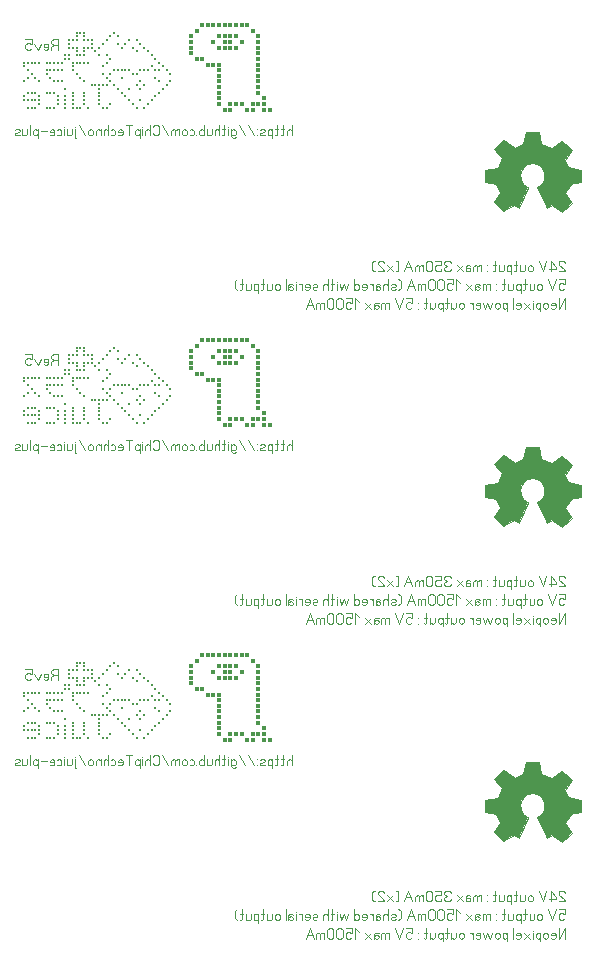
<source format=gbr>
%FSLAX34Y34*%
%MOMM*%
%LNSILK_BOTTOM_*%
G71*
G01*
%ADD10R, 0.27X0.27*%
%ADD11R, 0.40X0.40*%
%ADD12C, 0.10*%
%ADD13C, 0.11*%
%LPD*%
X227919Y-67934D02*
G54D10*
D03*
X224744Y-71109D02*
G54D10*
D03*
X221569Y-74284D02*
G54D10*
D03*
X218394Y-77459D02*
G54D10*
D03*
X227919Y-61584D02*
G54D10*
D03*
X224744Y-58409D02*
G54D10*
D03*
X221569Y-55234D02*
G54D10*
D03*
X218394Y-52059D02*
G54D10*
D03*
X215219Y-48884D02*
G54D10*
D03*
X215219Y-80634D02*
G54D10*
D03*
X212044Y-83809D02*
G54D10*
D03*
X208869Y-86984D02*
G54D10*
D03*
X205694Y-90159D02*
G54D10*
D03*
X199344Y-90159D02*
G54D10*
D03*
X196169Y-86984D02*
G54D10*
D03*
X192994Y-83809D02*
G54D10*
D03*
X189819Y-80634D02*
G54D10*
D03*
X186644Y-77459D02*
G54D10*
D03*
X183469Y-74284D02*
G54D10*
D03*
X180294Y-71109D02*
G54D10*
D03*
X177119Y-67934D02*
G54D10*
D03*
X173944Y-64759D02*
G54D10*
D03*
X212044Y-45709D02*
G54D10*
D03*
X208869Y-42534D02*
G54D10*
D03*
X205694Y-39359D02*
G54D10*
D03*
X202519Y-36184D02*
G54D10*
D03*
X186644Y-39359D02*
G54D10*
D03*
X177119Y-48884D02*
G54D10*
D03*
X173944Y-45709D02*
G54D10*
D03*
X183469Y-36184D02*
G54D10*
D03*
X183469Y-29834D02*
G54D10*
D03*
X180294Y-26659D02*
G54D10*
D03*
X177119Y-29834D02*
G54D10*
D03*
X173944Y-33009D02*
G54D10*
D03*
X170769Y-36184D02*
G54D10*
D03*
X167594Y-39359D02*
G54D10*
D03*
X164419Y-42534D02*
G54D10*
D03*
X167594Y-45709D02*
G54D10*
D03*
X218394Y-58409D02*
G54D10*
D03*
X215219Y-58409D02*
G54D10*
D03*
X212044Y-55234D02*
G54D10*
D03*
X208869Y-58409D02*
G54D10*
D03*
X205694Y-58409D02*
G54D10*
D03*
X202519Y-58409D02*
G54D10*
D03*
X199344Y-61584D02*
G54D10*
D03*
X196169Y-61584D02*
G54D10*
D03*
X192994Y-58409D02*
G54D10*
D03*
X189819Y-58409D02*
G54D10*
D03*
X186644Y-58409D02*
G54D10*
D03*
X183469Y-58409D02*
G54D10*
D03*
X180294Y-58409D02*
G54D10*
D03*
X177119Y-61584D02*
G54D10*
D03*
X161244Y-33009D02*
G54D10*
D03*
X161244Y-36184D02*
G54D10*
D03*
X161244Y-39359D02*
G54D10*
D03*
X158069Y-39359D02*
G54D10*
D03*
X158069Y-33009D02*
G54D10*
D03*
X154894Y-33009D02*
G54D10*
D03*
X154894Y-29834D02*
G54D10*
D03*
X154894Y-26659D02*
G54D10*
D03*
X151719Y-26659D02*
G54D10*
D03*
X148544Y-26659D02*
G54D10*
D03*
X148544Y-29834D02*
G54D10*
D03*
X148544Y-33009D02*
G54D10*
D03*
X145369Y-33009D02*
G54D10*
D03*
X142194Y-33009D02*
G54D10*
D03*
X142194Y-36184D02*
G54D10*
D03*
X142194Y-39359D02*
G54D10*
D03*
X145369Y-39359D02*
G54D10*
D03*
X148544Y-39359D02*
G54D10*
D03*
X154894Y-39359D02*
G54D10*
D03*
X154894Y-42534D02*
G54D10*
D03*
X154894Y-45709D02*
G54D10*
D03*
X151719Y-45709D02*
G54D10*
D03*
X148544Y-45709D02*
G54D10*
D03*
X148544Y-42534D02*
G54D10*
D03*
X199344Y-33009D02*
G54D10*
D03*
X192994Y-33009D02*
G54D10*
D03*
X189819Y-36184D02*
G54D10*
D03*
X173944Y-52059D02*
G54D10*
D03*
X170769Y-55234D02*
G54D10*
D03*
X170769Y-61584D02*
G54D10*
D03*
X173944Y-71109D02*
G54D10*
D03*
X170769Y-71109D02*
G54D10*
D03*
X167594Y-71109D02*
G54D10*
D03*
X164419Y-71109D02*
G54D10*
D03*
X161244Y-71109D02*
G54D10*
D03*
X167594Y-74284D02*
G54D10*
D03*
X167594Y-77459D02*
G54D10*
D03*
X167594Y-80634D02*
G54D10*
D03*
X167594Y-83809D02*
G54D10*
D03*
X167594Y-86984D02*
G54D10*
D03*
X170769Y-90159D02*
G54D10*
D03*
X173944Y-90159D02*
G54D10*
D03*
X177119Y-86984D02*
G54D10*
D03*
X158069Y-90159D02*
G54D10*
D03*
X154894Y-86984D02*
G54D10*
D03*
X154894Y-83809D02*
G54D10*
D03*
X154894Y-80634D02*
G54D10*
D03*
X154894Y-77459D02*
G54D10*
D03*
X151719Y-90159D02*
G54D10*
D03*
X148544Y-90159D02*
G54D10*
D03*
X145369Y-90159D02*
G54D10*
D03*
X145369Y-86984D02*
G54D10*
D03*
X145369Y-83809D02*
G54D10*
D03*
X145369Y-80634D02*
G54D10*
D03*
X145369Y-77459D02*
G54D10*
D03*
X139019Y-74284D02*
G54D10*
D03*
X139019Y-80634D02*
G54D10*
D03*
X139019Y-83809D02*
G54D10*
D03*
X139019Y-86984D02*
G54D10*
D03*
X139019Y-90159D02*
G54D10*
D03*
X132669Y-86984D02*
G54D10*
D03*
X132669Y-83809D02*
G54D10*
D03*
X132669Y-80634D02*
G54D10*
D03*
X129494Y-77459D02*
G54D10*
D03*
X126319Y-77459D02*
G54D10*
D03*
X129494Y-90159D02*
G54D10*
D03*
X126319Y-90159D02*
G54D10*
D03*
X123144Y-90159D02*
G54D10*
D03*
X123144Y-77459D02*
G54D10*
D03*
X116794Y-86984D02*
G54D10*
D03*
X116794Y-83809D02*
G54D10*
D03*
X116794Y-80634D02*
G54D10*
D03*
X113619Y-77459D02*
G54D10*
D03*
X110444Y-77459D02*
G54D10*
D03*
X107269Y-77459D02*
G54D10*
D03*
X113619Y-90159D02*
G54D10*
D03*
X110444Y-90159D02*
G54D10*
D03*
X107269Y-90159D02*
G54D10*
D03*
X104094Y-80634D02*
G54D10*
D03*
X104094Y-83809D02*
G54D10*
D03*
X107269Y-83809D02*
G54D10*
D03*
X110444Y-83809D02*
G54D10*
D03*
X113619Y-83809D02*
G54D10*
D03*
X205694Y-71109D02*
G54D10*
D03*
X202519Y-74284D02*
G54D10*
D03*
X199344Y-71109D02*
G54D10*
D03*
X202519Y-67934D02*
G54D10*
D03*
X192994Y-74284D02*
G54D10*
D03*
X215219Y-64759D02*
G54D10*
D03*
X186644Y-64759D02*
G54D10*
D03*
X202519Y-83809D02*
G54D10*
D03*
X218394Y-67934D02*
G54D10*
D03*
X158069Y-52059D02*
G54D10*
D03*
X154894Y-52059D02*
G54D10*
D03*
X151719Y-52059D02*
G54D10*
D03*
X148544Y-52059D02*
G54D10*
D03*
X145369Y-52059D02*
G54D10*
D03*
X145369Y-55234D02*
G54D10*
D03*
X145369Y-58409D02*
G54D10*
D03*
X148544Y-61584D02*
G54D10*
D03*
X151719Y-64759D02*
G54D10*
D03*
X154894Y-67934D02*
G54D10*
D03*
X142194Y-45709D02*
G54D10*
D03*
X142194Y-48884D02*
G54D10*
D03*
X139019Y-48884D02*
G54D10*
D03*
X139019Y-45709D02*
G54D10*
D03*
X135844Y-52059D02*
G54D10*
D03*
X132669Y-52059D02*
G54D10*
D03*
X129494Y-52059D02*
G54D10*
D03*
X126319Y-52059D02*
G54D10*
D03*
X123144Y-52059D02*
G54D10*
D03*
X135844Y-58409D02*
G54D10*
D03*
X132669Y-58409D02*
G54D10*
D03*
X129494Y-58409D02*
G54D10*
D03*
X126319Y-58409D02*
G54D10*
D03*
X123144Y-58409D02*
G54D10*
D03*
X123144Y-61584D02*
G54D10*
D03*
X126319Y-64759D02*
G54D10*
D03*
X129494Y-67934D02*
G54D10*
D03*
X135844Y-67934D02*
G54D10*
D03*
X132669Y-67934D02*
G54D10*
D03*
X116794Y-52059D02*
G54D10*
D03*
X113619Y-52059D02*
G54D10*
D03*
X110444Y-52059D02*
G54D10*
D03*
X107269Y-52059D02*
G54D10*
D03*
X104094Y-52059D02*
G54D10*
D03*
X104094Y-55234D02*
G54D10*
D03*
X107269Y-58409D02*
G54D10*
D03*
X110444Y-61584D02*
G54D10*
D03*
X113619Y-64759D02*
G54D10*
D03*
X116794Y-67934D02*
G54D10*
D03*
X107269Y-64759D02*
G54D10*
D03*
X104094Y-67934D02*
G54D10*
D03*
X196169Y-39359D02*
G54D10*
D03*
X199344Y-42534D02*
G54D10*
D03*
X288244Y-20309D02*
G54D11*
D03*
X283481Y-20309D02*
G54D11*
D03*
X278719Y-20309D02*
G54D11*
D03*
X273956Y-20309D02*
G54D11*
D03*
X269194Y-20309D02*
G54D11*
D03*
X264431Y-20309D02*
G54D11*
D03*
X259669Y-20309D02*
G54D11*
D03*
X254906Y-20309D02*
G54D11*
D03*
X302531Y-34596D02*
G54D11*
D03*
X302531Y-39359D02*
G54D11*
D03*
X302531Y-44121D02*
G54D11*
D03*
X302531Y-48884D02*
G54D11*
D03*
X302531Y-53646D02*
G54D11*
D03*
X302531Y-58409D02*
G54D11*
D03*
X302531Y-63171D02*
G54D11*
D03*
X302531Y-67934D02*
G54D11*
D03*
X302531Y-72696D02*
G54D11*
D03*
X302531Y-77459D02*
G54D11*
D03*
X307294Y-82221D02*
G54D11*
D03*
X307294Y-86984D02*
G54D11*
D03*
X307294Y-91746D02*
G54D11*
D03*
X312056Y-91746D02*
G54D11*
D03*
X297769Y-86984D02*
G54D11*
D03*
X297769Y-91746D02*
G54D11*
D03*
X293006Y-91746D02*
G54D11*
D03*
X288244Y-86984D02*
G54D11*
D03*
X283481Y-86984D02*
G54D11*
D03*
X278719Y-86984D02*
G54D11*
D03*
X278719Y-91746D02*
G54D11*
D03*
X273956Y-91746D02*
G54D11*
D03*
X245381Y-44121D02*
G54D11*
D03*
X245381Y-39359D02*
G54D11*
D03*
X245381Y-34596D02*
G54D11*
D03*
X245381Y-29834D02*
G54D11*
D03*
X250144Y-25071D02*
G54D11*
D03*
X288244Y-34596D02*
G54D11*
D03*
X283481Y-29834D02*
G54D11*
D03*
X278719Y-29834D02*
G54D11*
D03*
X273956Y-29834D02*
G54D11*
D03*
X269194Y-29834D02*
G54D11*
D03*
X264431Y-34596D02*
G54D11*
D03*
X283481Y-39359D02*
G54D11*
D03*
X278719Y-39359D02*
G54D11*
D03*
X273956Y-39359D02*
G54D11*
D03*
X269194Y-39359D02*
G54D11*
D03*
X278719Y-34596D02*
G54D11*
D03*
X273956Y-34596D02*
G54D11*
D03*
X302531Y-86984D02*
G54D11*
D03*
X250144Y-48884D02*
G54D11*
D03*
X254906Y-48884D02*
G54D11*
D03*
X264431Y-53646D02*
G54D11*
D03*
X259669Y-53646D02*
G54D11*
D03*
X269194Y-53646D02*
G54D11*
D03*
X269194Y-58409D02*
G54D11*
D03*
X269194Y-63171D02*
G54D11*
D03*
X269194Y-67934D02*
G54D11*
D03*
X269194Y-72696D02*
G54D11*
D03*
X269194Y-77459D02*
G54D11*
D03*
X269194Y-82221D02*
G54D11*
D03*
X269194Y-86984D02*
G54D11*
D03*
X293006Y-20309D02*
G54D11*
D03*
X297769Y-25071D02*
G54D11*
D03*
X302531Y-29834D02*
G54D11*
D03*
G54D12*
X540398Y-110348D02*
X529286Y-110348D01*
X526905Y-120666D01*
X519364Y-123841D01*
X510236Y-117888D01*
X502298Y-125032D01*
X508648Y-132970D01*
X505077Y-140907D01*
X493964Y-142494D01*
X493964Y-153210D01*
X503886Y-154401D01*
X507458Y-162735D01*
X502298Y-170276D01*
X509839Y-177816D01*
X518570Y-172260D01*
X522936Y-175038D01*
X530476Y-158370D01*
G54D12*
X539208Y-158370D02*
X546748Y-174641D01*
X551114Y-172657D01*
X559448Y-178213D01*
X567783Y-170673D01*
X561830Y-162735D01*
X565402Y-154401D01*
X575720Y-153210D01*
X575324Y-142494D01*
X564608Y-140510D01*
X561830Y-134160D01*
X567783Y-125826D01*
X559845Y-118285D01*
X550717Y-123841D01*
X541986Y-120666D01*
X540398Y-110348D01*
G54D12*
G75*
G01X538951Y-157685D02*
G03X530746Y-157685I-4103J9665D01*
G01*
G36*
X575324Y-142494D02*
X564608Y-140510D01*
X561830Y-134160D01*
X567783Y-125826D01*
X559845Y-118285D01*
X550717Y-123841D01*
X541986Y-120666D01*
X540398Y-110348D01*
X529286Y-110348D01*
X526905Y-120666D01*
X519364Y-123841D01*
X510236Y-117888D01*
X502298Y-125032D01*
X508648Y-132970D01*
X505077Y-140907D01*
X493964Y-142494D01*
X493964Y-153210D01*
X503886Y-154401D01*
X507458Y-162735D01*
X502298Y-170276D01*
X509839Y-177816D01*
X518570Y-172260D01*
X522936Y-175038D01*
X530874Y-157576D01*
X529683Y-157179D01*
X528492Y-156385D01*
X526111Y-154004D01*
X524523Y-150829D01*
X524127Y-148844D01*
X524127Y-147257D01*
X524524Y-144876D01*
X525714Y-142098D01*
X528095Y-139320D01*
X530080Y-138129D01*
X532064Y-137335D01*
X534445Y-136938D01*
X536827Y-137335D01*
X540002Y-138129D01*
X542780Y-140510D01*
X545558Y-144479D01*
X545558Y-150829D01*
X544367Y-153210D01*
X542780Y-155591D01*
X540398Y-157576D01*
X538811Y-157576D01*
X546748Y-174641D01*
X551114Y-172657D01*
X559448Y-178213D01*
X567783Y-170673D01*
X561830Y-162735D01*
X575324Y-142494D01*
G37*
G54D12*
X575324Y-142494D02*
X564608Y-140510D01*
X561830Y-134160D01*
X567783Y-125826D01*
X559845Y-118285D01*
X550717Y-123841D01*
X541986Y-120666D01*
X540398Y-110348D01*
X529286Y-110348D01*
X526905Y-120666D01*
X519364Y-123841D01*
X510236Y-117888D01*
X502298Y-125032D01*
X508648Y-132970D01*
X505077Y-140907D01*
X493964Y-142494D01*
X493964Y-153210D01*
X503886Y-154401D01*
X507458Y-162735D01*
X502298Y-170276D01*
X509839Y-177816D01*
X518570Y-172260D01*
X522936Y-175038D01*
X530874Y-157576D01*
X529683Y-157179D01*
X528492Y-156385D01*
X526111Y-154004D01*
X524523Y-150829D01*
X524127Y-148844D01*
X524127Y-147257D01*
X524524Y-144876D01*
X525714Y-142098D01*
X528095Y-139320D01*
X530080Y-138129D01*
X532064Y-137335D01*
X534445Y-136938D01*
X536827Y-137335D01*
X540002Y-138129D01*
X542780Y-140510D01*
X545558Y-144479D01*
X545558Y-150829D01*
X544367Y-153210D01*
X542780Y-155591D01*
X540398Y-157576D01*
X538811Y-157576D01*
X546748Y-174641D01*
X551114Y-172657D01*
X559448Y-178213D01*
X567783Y-170673D01*
X561830Y-162735D01*
X575324Y-142494D01*
G36*
X575324Y-142494D02*
X575720Y-153210D01*
X565402Y-154401D01*
X575324Y-142494D01*
G37*
G54D12*
X575324Y-142494D02*
X575720Y-153210D01*
X565402Y-154401D01*
X575324Y-142494D01*
G54D13*
X330943Y-113483D02*
X330943Y-104594D01*
G54D13*
X330943Y-109928D02*
X330276Y-108816D01*
X328942Y-108483D01*
X327609Y-108816D01*
X326943Y-109928D01*
X326943Y-113483D01*
G54D13*
X323165Y-104594D02*
X323165Y-112928D01*
X322498Y-113483D01*
X321832Y-113261D01*
G54D13*
X324499Y-108483D02*
X321832Y-108483D01*
G54D13*
X318054Y-104594D02*
X318054Y-112928D01*
X317388Y-113483D01*
X316721Y-113261D01*
G54D13*
X319388Y-108483D02*
X316721Y-108483D01*
G54D13*
X314277Y-108483D02*
X314277Y-115705D01*
G54D13*
X314277Y-111816D02*
X313610Y-113261D01*
X312276Y-113483D01*
X310943Y-113261D01*
X310277Y-112150D01*
X310277Y-109928D01*
X310943Y-108816D01*
X312277Y-108483D01*
X313610Y-108816D01*
X314277Y-110150D01*
G54D13*
X307833Y-112928D02*
X306499Y-113483D01*
X305166Y-113483D01*
X303832Y-112928D01*
X303833Y-111816D01*
X304499Y-111261D01*
X307166Y-110705D01*
X307833Y-110150D01*
X307833Y-109039D01*
X306499Y-108483D01*
X305166Y-108483D01*
X303833Y-109039D01*
G54D13*
X301389Y-113483D02*
X301389Y-113483D01*
G54D13*
X301389Y-108483D02*
X301389Y-108483D01*
G54D13*
X298945Y-113483D02*
X293611Y-104594D01*
G54D13*
X291168Y-113483D02*
X285834Y-104594D01*
G54D13*
X283391Y-115150D02*
X282057Y-115705D01*
X281124Y-115705D01*
X279791Y-115150D01*
X279391Y-114039D01*
X279391Y-108483D01*
G54D13*
X279391Y-109928D02*
X280057Y-108816D01*
X281391Y-108483D01*
X282724Y-108816D01*
X283391Y-109928D01*
X283391Y-112150D01*
X282724Y-113261D01*
X281391Y-113483D01*
X280057Y-113261D01*
X279391Y-112150D01*
G54D13*
X276947Y-113483D02*
X276947Y-108483D01*
G54D13*
X276947Y-106816D02*
X276947Y-106816D01*
G54D13*
X273169Y-104594D02*
X273169Y-112928D01*
X272503Y-113483D01*
X271836Y-113261D01*
G54D13*
X274502Y-108483D02*
X271836Y-108483D01*
G54D13*
X269392Y-113483D02*
X269392Y-104594D01*
G54D13*
X269392Y-109928D02*
X268725Y-108816D01*
X267392Y-108483D01*
X266058Y-108816D01*
X265392Y-109928D01*
X265392Y-113483D01*
G54D13*
X258948Y-108483D02*
X258948Y-113483D01*
G54D13*
X258948Y-112372D02*
X259614Y-113261D01*
X260948Y-113483D01*
X262281Y-113261D01*
X262948Y-112372D01*
X262948Y-108483D01*
G54D13*
X256504Y-113483D02*
X256504Y-104594D01*
G54D13*
X256504Y-109928D02*
X255837Y-108816D01*
X254504Y-108483D01*
X253170Y-108816D01*
X252504Y-109928D01*
X252504Y-112150D01*
X253170Y-113261D01*
X254504Y-113483D01*
X255837Y-113261D01*
X256504Y-112150D01*
G54D13*
X250060Y-113483D02*
X250060Y-113483D01*
G54D13*
X244282Y-108816D02*
X245616Y-108483D01*
X246949Y-108816D01*
X247616Y-109928D01*
X247616Y-112150D01*
X246949Y-113261D01*
X245616Y-113483D01*
X244282Y-113261D01*
G54D13*
X237839Y-112150D02*
X237839Y-109928D01*
X238505Y-108816D01*
X239839Y-108483D01*
X241172Y-108816D01*
X241839Y-109928D01*
X241839Y-112150D01*
X241172Y-113261D01*
X239839Y-113483D01*
X238505Y-113261D01*
X237839Y-112150D01*
G54D13*
X235395Y-113483D02*
X235395Y-108483D01*
G54D13*
X235395Y-109372D02*
X234061Y-108483D01*
X232728Y-108816D01*
X232061Y-109594D01*
X232061Y-113483D01*
G54D13*
X232061Y-109372D02*
X230728Y-108483D01*
X229395Y-108816D01*
X228728Y-109594D01*
X228728Y-113483D01*
G54D13*
X226284Y-113483D02*
X220950Y-104594D01*
G54D13*
X213173Y-111816D02*
X213840Y-112928D01*
X215173Y-113483D01*
X216507Y-113483D01*
X217840Y-112928D01*
X218507Y-111816D01*
X218507Y-106261D01*
X217840Y-105150D01*
X216507Y-104594D01*
X215173Y-104594D01*
X213840Y-105150D01*
X213173Y-106261D01*
G54D13*
X210730Y-113483D02*
X210730Y-104594D01*
G54D13*
X210730Y-109928D02*
X210063Y-108816D01*
X208730Y-108483D01*
X207396Y-108816D01*
X206730Y-109928D01*
X206730Y-113483D01*
G54D13*
X204286Y-113483D02*
X204286Y-108483D01*
G54D13*
X204286Y-106816D02*
X204286Y-106816D01*
G54D13*
X201842Y-108483D02*
X201841Y-115705D01*
G54D13*
X201842Y-111816D02*
X201175Y-113261D01*
X199842Y-113483D01*
X198508Y-113261D01*
X197842Y-112150D01*
X197842Y-109928D01*
X198508Y-108816D01*
X199842Y-108483D01*
X201175Y-108816D01*
X201841Y-110150D01*
G54D13*
X192731Y-113483D02*
X192731Y-104594D01*
G54D13*
X195398Y-104594D02*
X190064Y-104594D01*
G54D13*
X183621Y-112928D02*
X184687Y-113483D01*
X186021Y-113483D01*
X187354Y-112928D01*
X187620Y-111816D01*
X187621Y-109928D01*
X186954Y-108816D01*
X185621Y-108483D01*
X184287Y-108816D01*
X183621Y-109594D01*
X183621Y-110705D01*
X187621Y-110705D01*
G54D13*
X177843Y-108816D02*
X179177Y-108483D01*
X180510Y-108816D01*
X181177Y-109928D01*
X181176Y-112150D01*
X180510Y-113261D01*
X179177Y-113483D01*
X177843Y-113261D01*
G54D13*
X175400Y-113483D02*
X175400Y-104594D01*
G54D13*
X175400Y-109928D02*
X174733Y-108816D01*
X173400Y-108483D01*
X172066Y-108816D01*
X171400Y-109928D01*
X171400Y-113483D01*
G54D13*
X168956Y-113483D02*
X168956Y-108483D01*
G54D13*
X168956Y-109594D02*
X168289Y-108816D01*
X166956Y-108483D01*
X165622Y-108816D01*
X164956Y-109594D01*
X164956Y-113483D01*
G54D13*
X158512Y-112150D02*
X158512Y-109928D01*
X159178Y-108816D01*
X160512Y-108483D01*
X161845Y-108816D01*
X162512Y-109928D01*
X162512Y-112150D01*
X161845Y-113261D01*
X160512Y-113483D01*
X159178Y-113261D01*
X158512Y-112150D01*
G54D13*
X156068Y-113483D02*
X150734Y-104594D01*
G54D13*
X146957Y-106816D02*
X146957Y-106816D01*
G54D13*
X148291Y-115705D02*
X147624Y-115705D01*
X146957Y-114816D01*
X146957Y-108483D01*
G54D13*
X140514Y-108483D02*
X140514Y-113483D01*
G54D13*
X140514Y-112372D02*
X141180Y-113261D01*
X142514Y-113483D01*
X143847Y-113261D01*
X144514Y-112372D01*
X144514Y-108483D01*
G54D13*
X138070Y-113483D02*
X138070Y-108483D01*
G54D13*
X138070Y-106816D02*
X138070Y-106816D01*
G54D13*
X132292Y-108816D02*
X133626Y-108483D01*
X134959Y-108816D01*
X135626Y-109928D01*
X135626Y-112150D01*
X134959Y-113261D01*
X133626Y-113483D01*
X132292Y-113261D01*
G54D13*
X125849Y-112928D02*
X126915Y-113483D01*
X128249Y-113483D01*
X129582Y-112928D01*
X129848Y-111816D01*
X129849Y-109928D01*
X129182Y-108816D01*
X127849Y-108483D01*
X126515Y-108816D01*
X125849Y-109594D01*
X125849Y-110705D01*
X129848Y-110705D01*
G54D13*
X123405Y-109594D02*
X118071Y-109594D01*
G54D13*
X115628Y-108483D02*
X115628Y-115705D01*
G54D13*
X115628Y-111816D02*
X114961Y-113261D01*
X113628Y-113483D01*
X112294Y-113261D01*
X111628Y-112150D01*
X111628Y-109928D01*
X112294Y-108816D01*
X113628Y-108483D01*
X114961Y-108816D01*
X115628Y-110150D01*
G54D13*
X109184Y-113483D02*
X109184Y-104594D01*
G54D13*
X102740Y-108483D02*
X102740Y-113483D01*
G54D13*
X102740Y-112372D02*
X103406Y-113261D01*
X104740Y-113483D01*
X106073Y-113261D01*
X106740Y-112372D01*
X106740Y-108483D01*
G54D13*
X100296Y-112928D02*
X98962Y-113483D01*
X97629Y-113483D01*
X96296Y-112928D01*
X96296Y-111816D01*
X96962Y-111261D01*
X99629Y-110705D01*
X100296Y-110150D01*
X100296Y-109039D01*
X98962Y-108483D01*
X97629Y-108483D01*
X96296Y-109039D01*
G54D13*
X129775Y-36739D02*
X127775Y-37850D01*
X127108Y-38962D01*
X127108Y-41184D01*
G54D13*
X132442Y-41184D02*
X132442Y-32295D01*
X129108Y-32295D01*
X127775Y-32850D01*
X127108Y-33962D01*
X127108Y-35073D01*
X127775Y-36184D01*
X129108Y-36739D01*
X132442Y-36739D01*
G54D13*
X120665Y-40628D02*
X121731Y-41184D01*
X123065Y-41184D01*
X124398Y-40628D01*
X124665Y-39517D01*
X124665Y-37628D01*
X123998Y-36517D01*
X122665Y-36184D01*
X121331Y-36517D01*
X120665Y-37295D01*
X120665Y-38406D01*
X124665Y-38406D01*
G54D13*
X118221Y-36184D02*
X115554Y-41184D01*
X112887Y-36184D01*
G54D13*
X105110Y-32295D02*
X110444Y-32295D01*
X110444Y-36184D01*
X109777Y-36184D01*
X108444Y-35628D01*
X107110Y-35628D01*
X105777Y-36184D01*
X105110Y-37295D01*
X105110Y-39517D01*
X105777Y-40628D01*
X107110Y-41184D01*
X108444Y-41184D01*
X109777Y-40628D01*
X110444Y-39517D01*
G54D13*
X556642Y-228600D02*
X561975Y-228600D01*
X561975Y-228044D01*
X561308Y-226933D01*
X557308Y-223600D01*
X556642Y-222489D01*
X556642Y-221378D01*
X557308Y-220267D01*
X558642Y-219711D01*
X559975Y-219711D01*
X561308Y-220267D01*
X561975Y-221378D01*
G54D13*
X550198Y-228600D02*
X550198Y-219711D01*
X554198Y-225267D01*
X554198Y-226378D01*
X548865Y-226378D01*
G54D13*
X546421Y-219711D02*
X543088Y-228600D01*
X539754Y-219711D01*
G54D13*
X530733Y-227267D02*
X530733Y-225044D01*
X531400Y-223933D01*
X532733Y-223600D01*
X534066Y-223933D01*
X534733Y-225044D01*
X534733Y-227267D01*
X534066Y-228378D01*
X532733Y-228600D01*
X531400Y-228378D01*
X530733Y-227267D01*
G54D13*
X524289Y-223600D02*
X524289Y-228600D01*
G54D13*
X524289Y-227489D02*
X524956Y-228378D01*
X526289Y-228600D01*
X527622Y-228378D01*
X528289Y-227489D01*
X528289Y-223600D01*
G54D13*
X520512Y-219711D02*
X520512Y-228044D01*
X519845Y-228600D01*
X519178Y-228378D01*
G54D13*
X521845Y-223600D02*
X519178Y-223600D01*
G54D13*
X516734Y-223600D02*
X516734Y-230822D01*
G54D13*
X516734Y-226933D02*
X516067Y-228378D01*
X514734Y-228600D01*
X513401Y-228378D01*
X512734Y-227267D01*
X512734Y-225044D01*
X513401Y-223933D01*
X514734Y-223600D01*
X516067Y-223933D01*
X516734Y-225267D01*
G54D13*
X506290Y-223600D02*
X506290Y-228600D01*
G54D13*
X506290Y-227489D02*
X506957Y-228378D01*
X508290Y-228600D01*
X509623Y-228378D01*
X510290Y-227489D01*
X510290Y-223600D01*
G54D13*
X502513Y-219711D02*
X502513Y-228044D01*
X501846Y-228600D01*
X501179Y-228378D01*
G54D13*
X503846Y-223600D02*
X501179Y-223600D01*
G54D13*
X496158Y-228600D02*
X496158Y-228600D01*
G54D13*
X496158Y-223600D02*
X496158Y-223600D01*
G54D13*
X491137Y-228600D02*
X491137Y-223600D01*
G54D13*
X491137Y-224489D02*
X489804Y-223600D01*
X488470Y-223933D01*
X487804Y-224711D01*
X487804Y-228600D01*
G54D13*
X487804Y-224489D02*
X486470Y-223600D01*
X485137Y-223933D01*
X484470Y-224711D01*
X484470Y-228600D01*
G54D13*
X482026Y-224156D02*
X480693Y-223600D01*
X479093Y-223600D01*
X478026Y-224711D01*
X478026Y-228600D01*
G54D13*
X478026Y-226933D02*
X478693Y-225822D01*
X480026Y-225600D01*
X481359Y-225822D01*
X482026Y-226933D01*
X481759Y-228044D01*
X480693Y-228600D01*
X480026Y-228600D01*
X479759Y-228600D01*
X478693Y-228044D01*
X478026Y-226933D01*
G54D13*
X475582Y-223600D02*
X470249Y-228600D01*
G54D13*
X475582Y-228600D02*
X470249Y-223600D01*
G54D13*
X465228Y-221378D02*
X464561Y-220267D01*
X463228Y-219711D01*
X461895Y-219711D01*
X460561Y-220267D01*
X459895Y-221378D01*
X459895Y-222489D01*
X460561Y-223600D01*
X461895Y-224156D01*
X460561Y-224711D01*
X459895Y-225822D01*
X459895Y-226933D01*
X460561Y-228044D01*
X461895Y-228600D01*
X463228Y-228600D01*
X464561Y-228044D01*
X465228Y-226933D01*
G54D13*
X452118Y-219711D02*
X457451Y-219711D01*
X457451Y-223600D01*
X456784Y-223600D01*
X455451Y-223044D01*
X454118Y-223044D01*
X452784Y-223600D01*
X452118Y-224711D01*
X452118Y-226933D01*
X452784Y-228044D01*
X454118Y-228600D01*
X455451Y-228600D01*
X456784Y-228044D01*
X457451Y-226933D01*
G54D13*
X444341Y-221378D02*
X444341Y-226933D01*
X445007Y-228044D01*
X446341Y-228600D01*
X447674Y-228600D01*
X449007Y-228044D01*
X449674Y-226933D01*
X449674Y-221378D01*
X449007Y-220267D01*
X447674Y-219711D01*
X446341Y-219711D01*
X445007Y-220267D01*
X444341Y-221378D01*
G54D13*
X441897Y-228600D02*
X441897Y-223600D01*
G54D13*
X441897Y-224489D02*
X440564Y-223600D01*
X439230Y-223933D01*
X438564Y-224711D01*
X438564Y-228600D01*
G54D13*
X438564Y-224489D02*
X437230Y-223600D01*
X435897Y-223933D01*
X435230Y-224711D01*
X435230Y-228600D01*
G54D13*
X432786Y-228600D02*
X429453Y-219711D01*
X426119Y-228600D01*
G54D13*
X431453Y-225267D02*
X427453Y-225267D01*
G54D13*
X419098Y-219711D02*
X420431Y-220267D01*
X421098Y-221378D01*
X421098Y-226933D01*
X420431Y-228044D01*
X419098Y-228600D01*
G54D13*
X416654Y-223600D02*
X411321Y-228600D01*
G54D13*
X416654Y-228600D02*
X411321Y-223600D01*
G54D13*
X403544Y-228600D02*
X408877Y-228600D01*
X408877Y-228044D01*
X408210Y-226933D01*
X404210Y-223600D01*
X403544Y-222489D01*
X403544Y-221378D01*
X404210Y-220267D01*
X405544Y-219711D01*
X406877Y-219711D01*
X408210Y-220267D01*
X408877Y-221378D01*
G54D13*
X401100Y-219711D02*
X399767Y-220267D01*
X399100Y-221378D01*
X399100Y-226933D01*
X399767Y-228044D01*
X401100Y-228600D01*
G54D13*
X556642Y-235586D02*
X561975Y-235586D01*
X561975Y-239475D01*
X561308Y-239475D01*
X559975Y-238920D01*
X558642Y-238920D01*
X557308Y-239475D01*
X556642Y-240586D01*
X556642Y-242808D01*
X557308Y-243920D01*
X558642Y-244475D01*
X559975Y-244475D01*
X561308Y-243920D01*
X561975Y-242808D01*
G54D13*
X554198Y-235586D02*
X550865Y-244475D01*
X547531Y-235586D01*
G54D13*
X538510Y-243142D02*
X538510Y-240920D01*
X539177Y-239808D01*
X540510Y-239475D01*
X541843Y-239808D01*
X542510Y-240920D01*
X542510Y-243142D01*
X541843Y-244253D01*
X540510Y-244475D01*
X539177Y-244253D01*
X538510Y-243142D01*
G54D13*
X532066Y-239475D02*
X532066Y-244475D01*
G54D13*
X532066Y-243364D02*
X532733Y-244253D01*
X534066Y-244475D01*
X535399Y-244253D01*
X536066Y-243364D01*
X536066Y-239475D01*
G54D13*
X528289Y-235586D02*
X528289Y-243920D01*
X527622Y-244475D01*
X526955Y-244253D01*
G54D13*
X529622Y-239475D02*
X526955Y-239475D01*
G54D13*
X524511Y-239475D02*
X524511Y-246697D01*
G54D13*
X524511Y-242808D02*
X523844Y-244253D01*
X522511Y-244475D01*
X521178Y-244253D01*
X520511Y-243142D01*
X520511Y-240920D01*
X521178Y-239808D01*
X522511Y-239475D01*
X523844Y-239808D01*
X524511Y-241142D01*
G54D13*
X514067Y-239475D02*
X514067Y-244475D01*
G54D13*
X514067Y-243364D02*
X514734Y-244253D01*
X516067Y-244475D01*
X517400Y-244253D01*
X518067Y-243364D01*
X518067Y-239475D01*
G54D13*
X510290Y-235586D02*
X510290Y-243920D01*
X509623Y-244475D01*
X508956Y-244253D01*
G54D13*
X511623Y-239475D02*
X508956Y-239475D01*
G54D13*
X503935Y-244475D02*
X503935Y-244475D01*
G54D13*
X503935Y-239475D02*
X503935Y-239475D01*
G54D13*
X498914Y-244475D02*
X498914Y-239475D01*
G54D13*
X498914Y-240364D02*
X497581Y-239475D01*
X496247Y-239808D01*
X495581Y-240586D01*
X495581Y-244475D01*
G54D13*
X495581Y-240364D02*
X494247Y-239475D01*
X492914Y-239808D01*
X492247Y-240586D01*
X492247Y-244475D01*
G54D13*
X489803Y-240030D02*
X488470Y-239475D01*
X486870Y-239475D01*
X485803Y-240586D01*
X485803Y-244475D01*
G54D13*
X485803Y-242808D02*
X486470Y-241697D01*
X487803Y-241475D01*
X489136Y-241697D01*
X489803Y-242808D01*
X489536Y-243920D01*
X488470Y-244475D01*
X487803Y-244475D01*
X487536Y-244475D01*
X486470Y-243920D01*
X485803Y-242808D01*
G54D13*
X483359Y-239475D02*
X478026Y-244475D01*
G54D13*
X483359Y-244475D02*
X478026Y-239475D01*
G54D13*
X473005Y-238920D02*
X469672Y-235586D01*
X469672Y-244475D01*
G54D13*
X461895Y-235586D02*
X467228Y-235586D01*
X467228Y-239475D01*
X466561Y-239475D01*
X465228Y-238920D01*
X463895Y-238920D01*
X462561Y-239475D01*
X461895Y-240586D01*
X461895Y-242808D01*
X462561Y-243920D01*
X463895Y-244475D01*
X465228Y-244475D01*
X466561Y-243920D01*
X467228Y-242808D01*
G54D13*
X454118Y-237253D02*
X454118Y-242808D01*
X454784Y-243920D01*
X456118Y-244475D01*
X457451Y-244475D01*
X458784Y-243920D01*
X459451Y-242808D01*
X459451Y-237253D01*
X458784Y-236142D01*
X457451Y-235586D01*
X456118Y-235586D01*
X454784Y-236142D01*
X454118Y-237253D01*
G54D13*
X446341Y-237253D02*
X446341Y-242808D01*
X447007Y-243920D01*
X448341Y-244475D01*
X449674Y-244475D01*
X451007Y-243920D01*
X451674Y-242808D01*
X451674Y-237253D01*
X451007Y-236142D01*
X449674Y-235586D01*
X448341Y-235586D01*
X447007Y-236142D01*
X446341Y-237253D01*
G54D13*
X443897Y-244475D02*
X443897Y-239475D01*
G54D13*
X443897Y-240364D02*
X442564Y-239475D01*
X441230Y-239808D01*
X440564Y-240586D01*
X440564Y-244475D01*
G54D13*
X440564Y-240364D02*
X439230Y-239475D01*
X437897Y-239808D01*
X437230Y-240586D01*
X437230Y-244475D01*
G54D13*
X434786Y-244475D02*
X431453Y-235586D01*
X428119Y-244475D01*
G54D13*
X433453Y-241142D02*
X429453Y-241142D01*
G54D13*
X421098Y-235586D02*
X422431Y-236142D01*
X423098Y-237253D01*
X423098Y-242808D01*
X422431Y-243920D01*
X421098Y-244475D01*
G54D13*
X418654Y-243920D02*
X417321Y-244475D01*
X415987Y-244475D01*
X414654Y-243920D01*
X414654Y-242808D01*
X415321Y-242253D01*
X417987Y-241697D01*
X418654Y-241142D01*
X418654Y-240030D01*
X417321Y-239475D01*
X415987Y-239475D01*
X414654Y-240030D01*
G54D13*
X412210Y-244475D02*
X412210Y-235586D01*
G54D13*
X412210Y-240920D02*
X411543Y-239808D01*
X410210Y-239475D01*
X408877Y-239808D01*
X408210Y-240920D01*
X408210Y-244475D01*
G54D13*
X405766Y-240030D02*
X404433Y-239475D01*
X402833Y-239475D01*
X401766Y-240586D01*
X401766Y-244475D01*
G54D13*
X401766Y-242808D02*
X402433Y-241697D01*
X403766Y-241475D01*
X405099Y-241697D01*
X405766Y-242808D01*
X405499Y-243920D01*
X404433Y-244475D01*
X403766Y-244475D01*
X403499Y-244475D01*
X402433Y-243920D01*
X401766Y-242808D01*
G54D13*
X399322Y-244475D02*
X399322Y-239475D01*
G54D13*
X399322Y-240586D02*
X397989Y-239475D01*
X396655Y-239475D01*
G54D13*
X390211Y-243920D02*
X391278Y-244475D01*
X392611Y-244475D01*
X393944Y-243920D01*
X394211Y-242808D01*
X394211Y-240920D01*
X393544Y-239808D01*
X392211Y-239475D01*
X390878Y-239808D01*
X390211Y-240586D01*
X390211Y-241697D01*
X394211Y-241697D01*
G54D13*
X383767Y-244475D02*
X383767Y-235586D01*
G54D13*
X383767Y-240920D02*
X384434Y-239808D01*
X385767Y-239475D01*
X387100Y-239808D01*
X387767Y-240920D01*
X387767Y-243142D01*
X387100Y-244253D01*
X385767Y-244475D01*
X384434Y-244253D01*
X383767Y-243142D01*
G54D13*
X378746Y-239475D02*
X376746Y-244475D01*
X374746Y-239475D01*
X372746Y-244475D01*
X371413Y-239475D01*
G54D13*
X368969Y-244475D02*
X368969Y-239475D01*
G54D13*
X368969Y-237808D02*
X368969Y-237808D01*
G54D13*
X365192Y-235586D02*
X365192Y-243920D01*
X364525Y-244475D01*
X363858Y-244253D01*
G54D13*
X366525Y-239475D02*
X363858Y-239475D01*
G54D13*
X361414Y-244475D02*
X361414Y-235586D01*
G54D13*
X361414Y-240920D02*
X360747Y-239808D01*
X359414Y-239475D01*
X358081Y-239808D01*
X357414Y-240920D01*
X357414Y-244475D01*
G54D13*
X352393Y-243920D02*
X351060Y-244475D01*
X349726Y-244475D01*
X348393Y-243920D01*
X348393Y-242808D01*
X349060Y-242253D01*
X351726Y-241697D01*
X352393Y-241142D01*
X352393Y-240030D01*
X351060Y-239475D01*
X349726Y-239475D01*
X348393Y-240030D01*
G54D13*
X341949Y-243920D02*
X343016Y-244475D01*
X344349Y-244475D01*
X345682Y-243920D01*
X345949Y-242808D01*
X345949Y-240920D01*
X345282Y-239808D01*
X343949Y-239475D01*
X342616Y-239808D01*
X341949Y-240586D01*
X341949Y-241697D01*
X345949Y-241697D01*
G54D13*
X339505Y-244475D02*
X339505Y-239475D01*
G54D13*
X339505Y-240586D02*
X338172Y-239475D01*
X336838Y-239475D01*
G54D13*
X334394Y-244475D02*
X334394Y-239475D01*
G54D13*
X334394Y-237808D02*
X334394Y-237808D01*
G54D13*
X331950Y-240030D02*
X330617Y-239475D01*
X329017Y-239475D01*
X327950Y-240586D01*
X327950Y-244475D01*
G54D13*
X327950Y-242808D02*
X328617Y-241697D01*
X329950Y-241475D01*
X331283Y-241697D01*
X331950Y-242808D01*
X331683Y-243920D01*
X330617Y-244475D01*
X329950Y-244475D01*
X329683Y-244475D01*
X328617Y-243920D01*
X327950Y-242808D01*
G54D13*
X325506Y-244475D02*
X325506Y-235586D01*
G54D13*
X316485Y-243142D02*
X316485Y-240920D01*
X317152Y-239808D01*
X318485Y-239475D01*
X319818Y-239808D01*
X320485Y-240920D01*
X320485Y-243142D01*
X319818Y-244253D01*
X318485Y-244475D01*
X317152Y-244253D01*
X316485Y-243142D01*
G54D13*
X310041Y-239475D02*
X310041Y-244475D01*
G54D13*
X310041Y-243364D02*
X310708Y-244253D01*
X312041Y-244475D01*
X313374Y-244253D01*
X314041Y-243364D01*
X314041Y-239475D01*
G54D13*
X306264Y-235586D02*
X306264Y-243920D01*
X305597Y-244475D01*
X304930Y-244253D01*
G54D13*
X307597Y-239475D02*
X304930Y-239475D01*
G54D13*
X302486Y-239475D02*
X302486Y-246697D01*
G54D13*
X302486Y-242808D02*
X301819Y-244253D01*
X300486Y-244475D01*
X299153Y-244253D01*
X298486Y-243142D01*
X298486Y-240920D01*
X299153Y-239808D01*
X300486Y-239475D01*
X301819Y-239808D01*
X302486Y-241142D01*
G54D13*
X292042Y-239475D02*
X292042Y-244475D01*
G54D13*
X292042Y-243364D02*
X292709Y-244253D01*
X294042Y-244475D01*
X295375Y-244253D01*
X296042Y-243364D01*
X296042Y-239475D01*
G54D13*
X288265Y-235586D02*
X288265Y-243920D01*
X287598Y-244475D01*
X286931Y-244253D01*
G54D13*
X289598Y-239475D02*
X286931Y-239475D01*
G54D13*
X284487Y-235586D02*
X283154Y-236142D01*
X282487Y-237253D01*
X282487Y-242808D01*
X283154Y-243920D01*
X284487Y-244475D01*
G54D13*
X561975Y-260350D02*
X561975Y-251461D01*
X556642Y-260350D01*
X556642Y-251461D01*
G54D13*
X550198Y-259794D02*
X551265Y-260350D01*
X552598Y-260350D01*
X553931Y-259794D01*
X554198Y-258683D01*
X554198Y-256794D01*
X553531Y-255683D01*
X552198Y-255350D01*
X550865Y-255683D01*
X550198Y-256461D01*
X550198Y-257572D01*
X554198Y-257572D01*
G54D13*
X543754Y-259017D02*
X543754Y-256794D01*
X544421Y-255683D01*
X545754Y-255350D01*
X547087Y-255683D01*
X547754Y-256794D01*
X547754Y-259017D01*
X547087Y-260128D01*
X545754Y-260350D01*
X544421Y-260128D01*
X543754Y-259017D01*
G54D13*
X541310Y-255350D02*
X541310Y-262572D01*
G54D13*
X541310Y-258683D02*
X540643Y-260128D01*
X539310Y-260350D01*
X537977Y-260128D01*
X537310Y-259017D01*
X537310Y-256794D01*
X537977Y-255683D01*
X539310Y-255350D01*
X540643Y-255683D01*
X541310Y-257017D01*
G54D13*
X534866Y-260350D02*
X534866Y-255350D01*
G54D13*
X534866Y-253683D02*
X534866Y-253683D01*
G54D13*
X532422Y-255350D02*
X527089Y-260350D01*
G54D13*
X532422Y-260350D02*
X527089Y-255350D01*
G54D13*
X520645Y-259794D02*
X521712Y-260350D01*
X523045Y-260350D01*
X524378Y-259794D01*
X524645Y-258683D01*
X524645Y-256794D01*
X523978Y-255683D01*
X522645Y-255350D01*
X521312Y-255683D01*
X520645Y-256461D01*
X520645Y-257572D01*
X524645Y-257572D01*
G54D13*
X518201Y-260350D02*
X518201Y-251461D01*
G54D13*
X513180Y-255350D02*
X513180Y-262572D01*
G54D13*
X513180Y-258683D02*
X512513Y-260128D01*
X511180Y-260350D01*
X509847Y-260128D01*
X509180Y-259017D01*
X509180Y-256794D01*
X509847Y-255683D01*
X511180Y-255350D01*
X512513Y-255683D01*
X513180Y-257017D01*
G54D13*
X502736Y-259017D02*
X502736Y-256794D01*
X503403Y-255683D01*
X504736Y-255350D01*
X506069Y-255683D01*
X506736Y-256794D01*
X506736Y-259017D01*
X506069Y-260128D01*
X504736Y-260350D01*
X503403Y-260128D01*
X502736Y-259017D01*
G54D13*
X500292Y-255350D02*
X498292Y-260350D01*
X496292Y-255350D01*
X494292Y-260350D01*
X492959Y-255350D01*
G54D13*
X486515Y-259794D02*
X487582Y-260350D01*
X488915Y-260350D01*
X490248Y-259794D01*
X490515Y-258683D01*
X490515Y-256794D01*
X489848Y-255683D01*
X488515Y-255350D01*
X487182Y-255683D01*
X486515Y-256461D01*
X486515Y-257572D01*
X490515Y-257572D01*
G54D13*
X484071Y-260350D02*
X484071Y-255350D01*
G54D13*
X484071Y-256461D02*
X482738Y-255350D01*
X481404Y-255350D01*
G54D13*
X472383Y-259017D02*
X472383Y-256794D01*
X473050Y-255683D01*
X474383Y-255350D01*
X475716Y-255683D01*
X476383Y-256794D01*
X476383Y-259017D01*
X475716Y-260128D01*
X474383Y-260350D01*
X473050Y-260128D01*
X472383Y-259017D01*
G54D13*
X465939Y-255350D02*
X465939Y-260350D01*
G54D13*
X465939Y-259239D02*
X466606Y-260128D01*
X467939Y-260350D01*
X469272Y-260128D01*
X469939Y-259239D01*
X469939Y-255350D01*
G54D13*
X462162Y-251461D02*
X462162Y-259794D01*
X461495Y-260350D01*
X460828Y-260128D01*
G54D13*
X463495Y-255350D02*
X460828Y-255350D01*
G54D13*
X458384Y-255350D02*
X458384Y-262572D01*
G54D13*
X458384Y-258683D02*
X457717Y-260128D01*
X456384Y-260350D01*
X455051Y-260128D01*
X454384Y-259017D01*
X454384Y-256794D01*
X455051Y-255683D01*
X456384Y-255350D01*
X457717Y-255683D01*
X458384Y-257017D01*
G54D13*
X447940Y-255350D02*
X447940Y-260350D01*
G54D13*
X447940Y-259239D02*
X448607Y-260128D01*
X449940Y-260350D01*
X451273Y-260128D01*
X451940Y-259239D01*
X451940Y-255350D01*
G54D13*
X444163Y-251461D02*
X444163Y-259794D01*
X443496Y-260350D01*
X442829Y-260128D01*
G54D13*
X445496Y-255350D02*
X442829Y-255350D01*
G54D13*
X437808Y-260350D02*
X437808Y-260350D01*
G54D13*
X437808Y-255350D02*
X437808Y-255350D01*
G54D13*
X427454Y-251461D02*
X432787Y-251461D01*
X432787Y-255350D01*
X432120Y-255350D01*
X430787Y-254794D01*
X429454Y-254794D01*
X428120Y-255350D01*
X427454Y-256461D01*
X427454Y-258683D01*
X428120Y-259794D01*
X429454Y-260350D01*
X430787Y-260350D01*
X432120Y-259794D01*
X432787Y-258683D01*
G54D13*
X425010Y-251461D02*
X421677Y-260350D01*
X418343Y-251461D01*
G54D13*
X413322Y-260350D02*
X413322Y-255350D01*
G54D13*
X413322Y-256239D02*
X411989Y-255350D01*
X410655Y-255683D01*
X409989Y-256461D01*
X409989Y-260350D01*
G54D13*
X409989Y-256239D02*
X408655Y-255350D01*
X407322Y-255683D01*
X406655Y-256461D01*
X406655Y-260350D01*
G54D13*
X404211Y-255906D02*
X402878Y-255350D01*
X401278Y-255350D01*
X400211Y-256461D01*
X400211Y-260350D01*
G54D13*
X400211Y-258683D02*
X400878Y-257572D01*
X402211Y-257350D01*
X403544Y-257572D01*
X404211Y-258683D01*
X403944Y-259794D01*
X402878Y-260350D01*
X402211Y-260350D01*
X401944Y-260350D01*
X400878Y-259794D01*
X400211Y-258683D01*
G54D13*
X397767Y-255350D02*
X392434Y-260350D01*
G54D13*
X397767Y-260350D02*
X392434Y-255350D01*
G54D13*
X387413Y-254794D02*
X384080Y-251461D01*
X384080Y-260350D01*
G54D13*
X376303Y-251461D02*
X381636Y-251461D01*
X381636Y-255350D01*
X380969Y-255350D01*
X379636Y-254794D01*
X378303Y-254794D01*
X376969Y-255350D01*
X376303Y-256461D01*
X376303Y-258683D01*
X376969Y-259794D01*
X378303Y-260350D01*
X379636Y-260350D01*
X380969Y-259794D01*
X381636Y-258683D01*
G54D13*
X368526Y-253128D02*
X368526Y-258683D01*
X369192Y-259794D01*
X370526Y-260350D01*
X371859Y-260350D01*
X373192Y-259794D01*
X373859Y-258683D01*
X373859Y-253128D01*
X373192Y-252017D01*
X371859Y-251461D01*
X370526Y-251461D01*
X369192Y-252017D01*
X368526Y-253128D01*
G54D13*
X360749Y-253128D02*
X360749Y-258683D01*
X361415Y-259794D01*
X362749Y-260350D01*
X364082Y-260350D01*
X365415Y-259794D01*
X366082Y-258683D01*
X366082Y-253128D01*
X365415Y-252017D01*
X364082Y-251461D01*
X362749Y-251461D01*
X361415Y-252017D01*
X360749Y-253128D01*
G54D13*
X358305Y-260350D02*
X358305Y-255350D01*
G54D13*
X358305Y-256239D02*
X356972Y-255350D01*
X355638Y-255683D01*
X354972Y-256461D01*
X354972Y-260350D01*
G54D13*
X354972Y-256239D02*
X353638Y-255350D01*
X352305Y-255683D01*
X351638Y-256461D01*
X351638Y-260350D01*
G54D13*
X349194Y-260350D02*
X345861Y-251461D01*
X342527Y-260350D01*
G54D13*
X347861Y-257017D02*
X343861Y-257017D01*
X227919Y-334634D02*
G54D10*
D03*
X224744Y-337809D02*
G54D10*
D03*
X221569Y-340984D02*
G54D10*
D03*
X218394Y-344159D02*
G54D10*
D03*
X227919Y-328284D02*
G54D10*
D03*
X224744Y-325109D02*
G54D10*
D03*
X221569Y-321934D02*
G54D10*
D03*
X218394Y-318759D02*
G54D10*
D03*
X215219Y-315584D02*
G54D10*
D03*
X215219Y-347334D02*
G54D10*
D03*
X212044Y-350509D02*
G54D10*
D03*
X208869Y-353684D02*
G54D10*
D03*
X205694Y-356859D02*
G54D10*
D03*
X199344Y-356859D02*
G54D10*
D03*
X196169Y-353684D02*
G54D10*
D03*
X192994Y-350509D02*
G54D10*
D03*
X189819Y-347334D02*
G54D10*
D03*
X186644Y-344159D02*
G54D10*
D03*
X183469Y-340984D02*
G54D10*
D03*
X180294Y-337809D02*
G54D10*
D03*
X177119Y-334634D02*
G54D10*
D03*
X173944Y-331459D02*
G54D10*
D03*
X212044Y-312409D02*
G54D10*
D03*
X208869Y-309234D02*
G54D10*
D03*
X205694Y-306059D02*
G54D10*
D03*
X202519Y-302884D02*
G54D10*
D03*
X186644Y-306059D02*
G54D10*
D03*
X177119Y-315584D02*
G54D10*
D03*
X173944Y-312409D02*
G54D10*
D03*
X183469Y-302884D02*
G54D10*
D03*
X183469Y-296534D02*
G54D10*
D03*
X180294Y-293359D02*
G54D10*
D03*
X177119Y-296534D02*
G54D10*
D03*
X173944Y-299709D02*
G54D10*
D03*
X170769Y-302884D02*
G54D10*
D03*
X167594Y-306059D02*
G54D10*
D03*
X164419Y-309234D02*
G54D10*
D03*
X167594Y-312409D02*
G54D10*
D03*
X218394Y-325109D02*
G54D10*
D03*
X215219Y-325109D02*
G54D10*
D03*
X212044Y-321934D02*
G54D10*
D03*
X208869Y-325109D02*
G54D10*
D03*
X205694Y-325109D02*
G54D10*
D03*
X202519Y-325109D02*
G54D10*
D03*
X199344Y-328284D02*
G54D10*
D03*
X196169Y-328284D02*
G54D10*
D03*
X192994Y-325109D02*
G54D10*
D03*
X189819Y-325109D02*
G54D10*
D03*
X186644Y-325109D02*
G54D10*
D03*
X183469Y-325109D02*
G54D10*
D03*
X180294Y-325109D02*
G54D10*
D03*
X177119Y-328284D02*
G54D10*
D03*
X161244Y-299709D02*
G54D10*
D03*
X161244Y-302884D02*
G54D10*
D03*
X161244Y-306059D02*
G54D10*
D03*
X158069Y-306059D02*
G54D10*
D03*
X158069Y-299709D02*
G54D10*
D03*
X154894Y-299709D02*
G54D10*
D03*
X154894Y-296534D02*
G54D10*
D03*
X154894Y-293359D02*
G54D10*
D03*
X151719Y-293359D02*
G54D10*
D03*
X148544Y-293359D02*
G54D10*
D03*
X148544Y-296534D02*
G54D10*
D03*
X148544Y-299709D02*
G54D10*
D03*
X145369Y-299709D02*
G54D10*
D03*
X142194Y-299709D02*
G54D10*
D03*
X142194Y-302884D02*
G54D10*
D03*
X142194Y-306059D02*
G54D10*
D03*
X145369Y-306059D02*
G54D10*
D03*
X148544Y-306059D02*
G54D10*
D03*
X154894Y-306059D02*
G54D10*
D03*
X154894Y-309234D02*
G54D10*
D03*
X154894Y-312409D02*
G54D10*
D03*
X151719Y-312409D02*
G54D10*
D03*
X148544Y-312409D02*
G54D10*
D03*
X148544Y-309234D02*
G54D10*
D03*
X199344Y-299709D02*
G54D10*
D03*
X192994Y-299709D02*
G54D10*
D03*
X189819Y-302884D02*
G54D10*
D03*
X173944Y-318759D02*
G54D10*
D03*
X170769Y-321934D02*
G54D10*
D03*
X170769Y-328284D02*
G54D10*
D03*
X173944Y-337809D02*
G54D10*
D03*
X170769Y-337809D02*
G54D10*
D03*
X167594Y-337809D02*
G54D10*
D03*
X164419Y-337809D02*
G54D10*
D03*
X161244Y-337809D02*
G54D10*
D03*
X167594Y-340984D02*
G54D10*
D03*
X167594Y-344159D02*
G54D10*
D03*
X167594Y-347334D02*
G54D10*
D03*
X167594Y-350509D02*
G54D10*
D03*
X167594Y-353684D02*
G54D10*
D03*
X170769Y-356859D02*
G54D10*
D03*
X173944Y-356859D02*
G54D10*
D03*
X177119Y-353684D02*
G54D10*
D03*
X158069Y-356859D02*
G54D10*
D03*
X154894Y-353684D02*
G54D10*
D03*
X154894Y-350509D02*
G54D10*
D03*
X154894Y-347334D02*
G54D10*
D03*
X154894Y-344159D02*
G54D10*
D03*
X151719Y-356859D02*
G54D10*
D03*
X148544Y-356859D02*
G54D10*
D03*
X145369Y-356859D02*
G54D10*
D03*
X145369Y-353684D02*
G54D10*
D03*
X145369Y-350509D02*
G54D10*
D03*
X145369Y-347334D02*
G54D10*
D03*
X145369Y-344159D02*
G54D10*
D03*
X139019Y-340984D02*
G54D10*
D03*
X139019Y-347334D02*
G54D10*
D03*
X139019Y-350509D02*
G54D10*
D03*
X139019Y-353684D02*
G54D10*
D03*
X139019Y-356859D02*
G54D10*
D03*
X132669Y-353684D02*
G54D10*
D03*
X132669Y-350509D02*
G54D10*
D03*
X132669Y-347334D02*
G54D10*
D03*
X129494Y-344159D02*
G54D10*
D03*
X126319Y-344159D02*
G54D10*
D03*
X129494Y-356859D02*
G54D10*
D03*
X126319Y-356859D02*
G54D10*
D03*
X123144Y-356859D02*
G54D10*
D03*
X123144Y-344159D02*
G54D10*
D03*
X116794Y-353684D02*
G54D10*
D03*
X116794Y-350509D02*
G54D10*
D03*
X116794Y-347334D02*
G54D10*
D03*
X113619Y-344159D02*
G54D10*
D03*
X110444Y-344159D02*
G54D10*
D03*
X107269Y-344159D02*
G54D10*
D03*
X113619Y-356859D02*
G54D10*
D03*
X110444Y-356859D02*
G54D10*
D03*
X107269Y-356859D02*
G54D10*
D03*
X104094Y-347334D02*
G54D10*
D03*
X104094Y-350509D02*
G54D10*
D03*
X107269Y-350509D02*
G54D10*
D03*
X110444Y-350509D02*
G54D10*
D03*
X113619Y-350509D02*
G54D10*
D03*
X205694Y-337809D02*
G54D10*
D03*
X202519Y-340984D02*
G54D10*
D03*
X199344Y-337809D02*
G54D10*
D03*
X202519Y-334634D02*
G54D10*
D03*
X192994Y-340984D02*
G54D10*
D03*
X215219Y-331459D02*
G54D10*
D03*
X186644Y-331459D02*
G54D10*
D03*
X202519Y-350509D02*
G54D10*
D03*
X218394Y-334634D02*
G54D10*
D03*
X158069Y-318759D02*
G54D10*
D03*
X154894Y-318759D02*
G54D10*
D03*
X151719Y-318759D02*
G54D10*
D03*
X148544Y-318759D02*
G54D10*
D03*
X145369Y-318759D02*
G54D10*
D03*
X145369Y-321934D02*
G54D10*
D03*
X145369Y-325109D02*
G54D10*
D03*
X148544Y-328284D02*
G54D10*
D03*
X151719Y-331459D02*
G54D10*
D03*
X154894Y-334634D02*
G54D10*
D03*
X142194Y-312409D02*
G54D10*
D03*
X142194Y-315584D02*
G54D10*
D03*
X139019Y-315584D02*
G54D10*
D03*
X139019Y-312409D02*
G54D10*
D03*
X135844Y-318759D02*
G54D10*
D03*
X132669Y-318759D02*
G54D10*
D03*
X129494Y-318759D02*
G54D10*
D03*
X126319Y-318759D02*
G54D10*
D03*
X123144Y-318759D02*
G54D10*
D03*
X135844Y-325109D02*
G54D10*
D03*
X132669Y-325109D02*
G54D10*
D03*
X129494Y-325109D02*
G54D10*
D03*
X126319Y-325109D02*
G54D10*
D03*
X123144Y-325109D02*
G54D10*
D03*
X123144Y-328284D02*
G54D10*
D03*
X126319Y-331459D02*
G54D10*
D03*
X129494Y-334634D02*
G54D10*
D03*
X135844Y-334634D02*
G54D10*
D03*
X132669Y-334634D02*
G54D10*
D03*
X116794Y-318759D02*
G54D10*
D03*
X113619Y-318759D02*
G54D10*
D03*
X110444Y-318759D02*
G54D10*
D03*
X107269Y-318759D02*
G54D10*
D03*
X104094Y-318759D02*
G54D10*
D03*
X104094Y-321934D02*
G54D10*
D03*
X107269Y-325109D02*
G54D10*
D03*
X110444Y-328284D02*
G54D10*
D03*
X113619Y-331459D02*
G54D10*
D03*
X116794Y-334634D02*
G54D10*
D03*
X107269Y-331459D02*
G54D10*
D03*
X104094Y-334634D02*
G54D10*
D03*
X196169Y-306059D02*
G54D10*
D03*
X199344Y-309234D02*
G54D10*
D03*
X288244Y-287009D02*
G54D11*
D03*
X283481Y-287009D02*
G54D11*
D03*
X278719Y-287009D02*
G54D11*
D03*
X273956Y-287009D02*
G54D11*
D03*
X269194Y-287009D02*
G54D11*
D03*
X264431Y-287009D02*
G54D11*
D03*
X259669Y-287009D02*
G54D11*
D03*
X254906Y-287009D02*
G54D11*
D03*
X302531Y-301296D02*
G54D11*
D03*
X302531Y-306059D02*
G54D11*
D03*
X302531Y-310821D02*
G54D11*
D03*
X302531Y-315584D02*
G54D11*
D03*
X302531Y-320346D02*
G54D11*
D03*
X302531Y-325109D02*
G54D11*
D03*
X302531Y-329871D02*
G54D11*
D03*
X302531Y-334634D02*
G54D11*
D03*
X302531Y-339396D02*
G54D11*
D03*
X302531Y-344159D02*
G54D11*
D03*
X307294Y-348921D02*
G54D11*
D03*
X307294Y-353684D02*
G54D11*
D03*
X307294Y-358446D02*
G54D11*
D03*
X312056Y-358446D02*
G54D11*
D03*
X297769Y-353684D02*
G54D11*
D03*
X297769Y-358446D02*
G54D11*
D03*
X293006Y-358446D02*
G54D11*
D03*
X288244Y-353684D02*
G54D11*
D03*
X283481Y-353684D02*
G54D11*
D03*
X278719Y-353684D02*
G54D11*
D03*
X278719Y-358446D02*
G54D11*
D03*
X273956Y-358446D02*
G54D11*
D03*
X245381Y-310821D02*
G54D11*
D03*
X245381Y-306059D02*
G54D11*
D03*
X245381Y-301296D02*
G54D11*
D03*
X245381Y-296534D02*
G54D11*
D03*
X250144Y-291771D02*
G54D11*
D03*
X288244Y-301296D02*
G54D11*
D03*
X283481Y-296534D02*
G54D11*
D03*
X278719Y-296534D02*
G54D11*
D03*
X273956Y-296534D02*
G54D11*
D03*
X269194Y-296534D02*
G54D11*
D03*
X264431Y-301296D02*
G54D11*
D03*
X283481Y-306059D02*
G54D11*
D03*
X278719Y-306059D02*
G54D11*
D03*
X273956Y-306059D02*
G54D11*
D03*
X269194Y-306059D02*
G54D11*
D03*
X278719Y-301296D02*
G54D11*
D03*
X273956Y-301296D02*
G54D11*
D03*
X302531Y-353684D02*
G54D11*
D03*
X250144Y-315584D02*
G54D11*
D03*
X254906Y-315584D02*
G54D11*
D03*
X264431Y-320346D02*
G54D11*
D03*
X259669Y-320346D02*
G54D11*
D03*
X269194Y-320346D02*
G54D11*
D03*
X269194Y-325109D02*
G54D11*
D03*
X269194Y-329871D02*
G54D11*
D03*
X269194Y-334634D02*
G54D11*
D03*
X269194Y-339396D02*
G54D11*
D03*
X269194Y-344159D02*
G54D11*
D03*
X269194Y-348921D02*
G54D11*
D03*
X269194Y-353684D02*
G54D11*
D03*
X293006Y-287009D02*
G54D11*
D03*
X297769Y-291771D02*
G54D11*
D03*
X302531Y-296534D02*
G54D11*
D03*
G54D12*
X540398Y-377048D02*
X529286Y-377048D01*
X526905Y-387366D01*
X519364Y-390541D01*
X510236Y-384588D01*
X502298Y-391732D01*
X508648Y-399670D01*
X505077Y-407607D01*
X493964Y-409194D01*
X493964Y-419910D01*
X503886Y-421101D01*
X507458Y-429435D01*
X502298Y-436976D01*
X509839Y-444516D01*
X518570Y-438960D01*
X522936Y-441738D01*
X530476Y-425070D01*
G54D12*
X539208Y-425070D02*
X546748Y-441341D01*
X551114Y-439357D01*
X559448Y-444913D01*
X567783Y-437373D01*
X561830Y-429435D01*
X565402Y-421101D01*
X575720Y-419910D01*
X575324Y-409194D01*
X564608Y-407210D01*
X561830Y-400860D01*
X567783Y-392526D01*
X559845Y-384985D01*
X550717Y-390541D01*
X541986Y-387366D01*
X540398Y-377048D01*
G54D12*
G75*
G01X538951Y-424385D02*
G03X530746Y-424385I-4103J9665D01*
G01*
G36*
X575324Y-409194D02*
X564608Y-407210D01*
X561830Y-400860D01*
X567783Y-392526D01*
X559845Y-384985D01*
X550717Y-390541D01*
X541986Y-387366D01*
X540398Y-377048D01*
X529286Y-377048D01*
X526905Y-387366D01*
X519364Y-390541D01*
X510236Y-384588D01*
X502298Y-391732D01*
X508648Y-399670D01*
X505077Y-407607D01*
X493964Y-409194D01*
X493964Y-419910D01*
X503886Y-421101D01*
X507458Y-429435D01*
X502298Y-436976D01*
X509839Y-444516D01*
X518570Y-438960D01*
X522936Y-441738D01*
X530874Y-424276D01*
X529683Y-423879D01*
X528492Y-423085D01*
X526111Y-420704D01*
X524523Y-417529D01*
X524127Y-415544D01*
X524127Y-413957D01*
X524524Y-411576D01*
X525714Y-408798D01*
X528095Y-406020D01*
X530080Y-404829D01*
X532064Y-404035D01*
X534445Y-403638D01*
X536827Y-404035D01*
X540002Y-404829D01*
X542780Y-407210D01*
X545558Y-411179D01*
X545558Y-417529D01*
X544367Y-419910D01*
X542780Y-422291D01*
X540398Y-424276D01*
X538811Y-424276D01*
X546748Y-441341D01*
X551114Y-439357D01*
X559448Y-444913D01*
X567783Y-437373D01*
X561830Y-429435D01*
X575324Y-409194D01*
G37*
G54D12*
X575324Y-409194D02*
X564608Y-407210D01*
X561830Y-400860D01*
X567783Y-392526D01*
X559845Y-384985D01*
X550717Y-390541D01*
X541986Y-387366D01*
X540398Y-377048D01*
X529286Y-377048D01*
X526905Y-387366D01*
X519364Y-390541D01*
X510236Y-384588D01*
X502298Y-391732D01*
X508648Y-399670D01*
X505077Y-407607D01*
X493964Y-409194D01*
X493964Y-419910D01*
X503886Y-421101D01*
X507458Y-429435D01*
X502298Y-436976D01*
X509839Y-444516D01*
X518570Y-438960D01*
X522936Y-441738D01*
X530874Y-424276D01*
X529683Y-423879D01*
X528492Y-423085D01*
X526111Y-420704D01*
X524523Y-417529D01*
X524127Y-415544D01*
X524127Y-413957D01*
X524524Y-411576D01*
X525714Y-408798D01*
X528095Y-406020D01*
X530080Y-404829D01*
X532064Y-404035D01*
X534445Y-403638D01*
X536827Y-404035D01*
X540002Y-404829D01*
X542780Y-407210D01*
X545558Y-411179D01*
X545558Y-417529D01*
X544367Y-419910D01*
X542780Y-422291D01*
X540398Y-424276D01*
X538811Y-424276D01*
X546748Y-441341D01*
X551114Y-439357D01*
X559448Y-444913D01*
X567783Y-437373D01*
X561830Y-429435D01*
X575324Y-409194D01*
G36*
X575324Y-409194D02*
X575720Y-419910D01*
X565402Y-421101D01*
X575324Y-409194D01*
G37*
G54D12*
X575324Y-409194D02*
X575720Y-419910D01*
X565402Y-421101D01*
X575324Y-409194D01*
G54D13*
X330943Y-380183D02*
X330943Y-371294D01*
G54D13*
X330943Y-376628D02*
X330276Y-375516D01*
X328942Y-375183D01*
X327609Y-375516D01*
X326943Y-376628D01*
X326943Y-380183D01*
G54D13*
X323165Y-371294D02*
X323165Y-379628D01*
X322498Y-380183D01*
X321832Y-379961D01*
G54D13*
X324499Y-375183D02*
X321832Y-375183D01*
G54D13*
X318054Y-371294D02*
X318054Y-379628D01*
X317388Y-380183D01*
X316721Y-379961D01*
G54D13*
X319388Y-375183D02*
X316721Y-375183D01*
G54D13*
X314277Y-375183D02*
X314277Y-382405D01*
G54D13*
X314277Y-378516D02*
X313610Y-379961D01*
X312276Y-380183D01*
X310943Y-379961D01*
X310277Y-378850D01*
X310277Y-376628D01*
X310943Y-375516D01*
X312277Y-375183D01*
X313610Y-375516D01*
X314277Y-376850D01*
G54D13*
X307833Y-379628D02*
X306499Y-380183D01*
X305166Y-380183D01*
X303832Y-379628D01*
X303833Y-378516D01*
X304499Y-377961D01*
X307166Y-377405D01*
X307833Y-376850D01*
X307833Y-375739D01*
X306499Y-375183D01*
X305166Y-375183D01*
X303833Y-375739D01*
G54D13*
X301389Y-380183D02*
X301389Y-380183D01*
G54D13*
X301389Y-375183D02*
X301389Y-375183D01*
G54D13*
X298945Y-380183D02*
X293611Y-371294D01*
G54D13*
X291168Y-380183D02*
X285834Y-371294D01*
G54D13*
X283391Y-381850D02*
X282057Y-382405D01*
X281124Y-382405D01*
X279791Y-381850D01*
X279391Y-380739D01*
X279391Y-375183D01*
G54D13*
X279391Y-376628D02*
X280057Y-375516D01*
X281391Y-375183D01*
X282724Y-375516D01*
X283391Y-376628D01*
X283391Y-378850D01*
X282724Y-379961D01*
X281391Y-380183D01*
X280057Y-379961D01*
X279391Y-378850D01*
G54D13*
X276947Y-380183D02*
X276947Y-375183D01*
G54D13*
X276947Y-373516D02*
X276947Y-373516D01*
G54D13*
X273169Y-371294D02*
X273169Y-379628D01*
X272503Y-380183D01*
X271836Y-379961D01*
G54D13*
X274502Y-375183D02*
X271836Y-375183D01*
G54D13*
X269392Y-380183D02*
X269392Y-371294D01*
G54D13*
X269392Y-376628D02*
X268725Y-375516D01*
X267392Y-375183D01*
X266058Y-375516D01*
X265392Y-376628D01*
X265392Y-380183D01*
G54D13*
X258948Y-375183D02*
X258948Y-380183D01*
G54D13*
X258948Y-379072D02*
X259614Y-379961D01*
X260948Y-380183D01*
X262281Y-379961D01*
X262948Y-379072D01*
X262948Y-375183D01*
G54D13*
X256504Y-380183D02*
X256504Y-371294D01*
G54D13*
X256504Y-376628D02*
X255837Y-375516D01*
X254504Y-375183D01*
X253170Y-375516D01*
X252504Y-376628D01*
X252504Y-378850D01*
X253170Y-379961D01*
X254504Y-380183D01*
X255837Y-379961D01*
X256504Y-378850D01*
G54D13*
X250060Y-380183D02*
X250060Y-380183D01*
G54D13*
X244282Y-375516D02*
X245616Y-375183D01*
X246949Y-375516D01*
X247616Y-376628D01*
X247616Y-378850D01*
X246949Y-379961D01*
X245616Y-380183D01*
X244282Y-379961D01*
G54D13*
X237839Y-378850D02*
X237839Y-376628D01*
X238505Y-375516D01*
X239839Y-375183D01*
X241172Y-375516D01*
X241839Y-376628D01*
X241839Y-378850D01*
X241172Y-379961D01*
X239839Y-380183D01*
X238505Y-379961D01*
X237839Y-378850D01*
G54D13*
X235395Y-380183D02*
X235395Y-375183D01*
G54D13*
X235395Y-376072D02*
X234061Y-375183D01*
X232728Y-375516D01*
X232061Y-376294D01*
X232061Y-380183D01*
G54D13*
X232061Y-376072D02*
X230728Y-375183D01*
X229395Y-375516D01*
X228728Y-376294D01*
X228728Y-380183D01*
G54D13*
X226284Y-380183D02*
X220950Y-371294D01*
G54D13*
X213173Y-378516D02*
X213840Y-379628D01*
X215173Y-380183D01*
X216507Y-380183D01*
X217840Y-379628D01*
X218507Y-378516D01*
X218507Y-372961D01*
X217840Y-371850D01*
X216507Y-371294D01*
X215173Y-371294D01*
X213840Y-371850D01*
X213173Y-372961D01*
G54D13*
X210730Y-380183D02*
X210730Y-371294D01*
G54D13*
X210730Y-376628D02*
X210063Y-375516D01*
X208730Y-375183D01*
X207396Y-375516D01*
X206730Y-376628D01*
X206730Y-380183D01*
G54D13*
X204286Y-380183D02*
X204286Y-375183D01*
G54D13*
X204286Y-373516D02*
X204286Y-373516D01*
G54D13*
X201842Y-375183D02*
X201841Y-382405D01*
G54D13*
X201842Y-378516D02*
X201175Y-379961D01*
X199842Y-380183D01*
X198508Y-379961D01*
X197842Y-378850D01*
X197842Y-376628D01*
X198508Y-375516D01*
X199842Y-375183D01*
X201175Y-375516D01*
X201841Y-376850D01*
G54D13*
X192731Y-380183D02*
X192731Y-371294D01*
G54D13*
X195398Y-371294D02*
X190064Y-371294D01*
G54D13*
X183621Y-379628D02*
X184687Y-380183D01*
X186021Y-380183D01*
X187354Y-379628D01*
X187620Y-378516D01*
X187621Y-376628D01*
X186954Y-375516D01*
X185621Y-375183D01*
X184287Y-375516D01*
X183621Y-376294D01*
X183621Y-377405D01*
X187621Y-377405D01*
G54D13*
X177843Y-375516D02*
X179177Y-375183D01*
X180510Y-375516D01*
X181177Y-376628D01*
X181176Y-378850D01*
X180510Y-379961D01*
X179177Y-380183D01*
X177843Y-379961D01*
G54D13*
X175400Y-380183D02*
X175400Y-371294D01*
G54D13*
X175400Y-376628D02*
X174733Y-375516D01*
X173400Y-375183D01*
X172066Y-375516D01*
X171400Y-376628D01*
X171400Y-380183D01*
G54D13*
X168956Y-380183D02*
X168956Y-375183D01*
G54D13*
X168956Y-376294D02*
X168289Y-375516D01*
X166956Y-375183D01*
X165622Y-375516D01*
X164956Y-376294D01*
X164956Y-380183D01*
G54D13*
X158512Y-378850D02*
X158512Y-376628D01*
X159178Y-375516D01*
X160512Y-375183D01*
X161845Y-375516D01*
X162512Y-376628D01*
X162512Y-378850D01*
X161845Y-379961D01*
X160512Y-380183D01*
X159178Y-379961D01*
X158512Y-378850D01*
G54D13*
X156068Y-380183D02*
X150734Y-371294D01*
G54D13*
X146957Y-373516D02*
X146957Y-373516D01*
G54D13*
X148291Y-382405D02*
X147624Y-382405D01*
X146957Y-381516D01*
X146957Y-375183D01*
G54D13*
X140514Y-375183D02*
X140514Y-380183D01*
G54D13*
X140514Y-379072D02*
X141180Y-379961D01*
X142514Y-380183D01*
X143847Y-379961D01*
X144514Y-379072D01*
X144514Y-375183D01*
G54D13*
X138070Y-380183D02*
X138070Y-375183D01*
G54D13*
X138070Y-373516D02*
X138070Y-373516D01*
G54D13*
X132292Y-375516D02*
X133626Y-375183D01*
X134959Y-375516D01*
X135626Y-376628D01*
X135626Y-378850D01*
X134959Y-379961D01*
X133626Y-380183D01*
X132292Y-379961D01*
G54D13*
X125849Y-379628D02*
X126915Y-380183D01*
X128249Y-380183D01*
X129582Y-379628D01*
X129848Y-378516D01*
X129849Y-376628D01*
X129182Y-375516D01*
X127849Y-375183D01*
X126515Y-375516D01*
X125849Y-376294D01*
X125849Y-377405D01*
X129848Y-377405D01*
G54D13*
X123405Y-376294D02*
X118071Y-376294D01*
G54D13*
X115628Y-375183D02*
X115628Y-382405D01*
G54D13*
X115628Y-378516D02*
X114961Y-379961D01*
X113628Y-380183D01*
X112294Y-379961D01*
X111628Y-378850D01*
X111628Y-376628D01*
X112294Y-375516D01*
X113628Y-375183D01*
X114961Y-375516D01*
X115628Y-376850D01*
G54D13*
X109184Y-380183D02*
X109184Y-371294D01*
G54D13*
X102740Y-375183D02*
X102740Y-380183D01*
G54D13*
X102740Y-379072D02*
X103406Y-379961D01*
X104740Y-380183D01*
X106073Y-379961D01*
X106740Y-379072D01*
X106740Y-375183D01*
G54D13*
X100296Y-379628D02*
X98962Y-380183D01*
X97629Y-380183D01*
X96296Y-379628D01*
X96296Y-378516D01*
X96962Y-377961D01*
X99629Y-377405D01*
X100296Y-376850D01*
X100296Y-375739D01*
X98962Y-375183D01*
X97629Y-375183D01*
X96296Y-375739D01*
G54D13*
X129775Y-303439D02*
X127775Y-304550D01*
X127108Y-305662D01*
X127108Y-307884D01*
G54D13*
X132442Y-307884D02*
X132442Y-298995D01*
X129108Y-298995D01*
X127775Y-299550D01*
X127108Y-300662D01*
X127108Y-301773D01*
X127775Y-302884D01*
X129108Y-303439D01*
X132442Y-303439D01*
G54D13*
X120665Y-307328D02*
X121731Y-307884D01*
X123065Y-307884D01*
X124398Y-307328D01*
X124665Y-306217D01*
X124665Y-304328D01*
X123998Y-303217D01*
X122665Y-302884D01*
X121331Y-303217D01*
X120665Y-303995D01*
X120665Y-305106D01*
X124665Y-305106D01*
G54D13*
X118221Y-302884D02*
X115554Y-307884D01*
X112887Y-302884D01*
G54D13*
X105110Y-298995D02*
X110444Y-298995D01*
X110444Y-302884D01*
X109777Y-302884D01*
X108444Y-302328D01*
X107110Y-302328D01*
X105777Y-302884D01*
X105110Y-303995D01*
X105110Y-306217D01*
X105777Y-307328D01*
X107110Y-307884D01*
X108444Y-307884D01*
X109777Y-307328D01*
X110444Y-306217D01*
G54D13*
X556642Y-495300D02*
X561975Y-495300D01*
X561975Y-494744D01*
X561308Y-493633D01*
X557308Y-490300D01*
X556642Y-489189D01*
X556642Y-488078D01*
X557308Y-486967D01*
X558642Y-486411D01*
X559975Y-486411D01*
X561308Y-486967D01*
X561975Y-488078D01*
G54D13*
X550198Y-495300D02*
X550198Y-486411D01*
X554198Y-491967D01*
X554198Y-493078D01*
X548865Y-493078D01*
G54D13*
X546421Y-486411D02*
X543088Y-495300D01*
X539754Y-486411D01*
G54D13*
X530733Y-493967D02*
X530733Y-491744D01*
X531400Y-490633D01*
X532733Y-490300D01*
X534066Y-490633D01*
X534733Y-491744D01*
X534733Y-493967D01*
X534066Y-495078D01*
X532733Y-495300D01*
X531400Y-495078D01*
X530733Y-493967D01*
G54D13*
X524289Y-490300D02*
X524289Y-495300D01*
G54D13*
X524289Y-494189D02*
X524956Y-495078D01*
X526289Y-495300D01*
X527622Y-495078D01*
X528289Y-494189D01*
X528289Y-490300D01*
G54D13*
X520512Y-486411D02*
X520512Y-494744D01*
X519845Y-495300D01*
X519178Y-495078D01*
G54D13*
X521845Y-490300D02*
X519178Y-490300D01*
G54D13*
X516734Y-490300D02*
X516734Y-497522D01*
G54D13*
X516734Y-493633D02*
X516067Y-495078D01*
X514734Y-495300D01*
X513401Y-495078D01*
X512734Y-493967D01*
X512734Y-491744D01*
X513401Y-490633D01*
X514734Y-490300D01*
X516067Y-490633D01*
X516734Y-491967D01*
G54D13*
X506290Y-490300D02*
X506290Y-495300D01*
G54D13*
X506290Y-494189D02*
X506957Y-495078D01*
X508290Y-495300D01*
X509623Y-495078D01*
X510290Y-494189D01*
X510290Y-490300D01*
G54D13*
X502513Y-486411D02*
X502513Y-494744D01*
X501846Y-495300D01*
X501179Y-495078D01*
G54D13*
X503846Y-490300D02*
X501179Y-490300D01*
G54D13*
X496158Y-495300D02*
X496158Y-495300D01*
G54D13*
X496158Y-490300D02*
X496158Y-490300D01*
G54D13*
X491137Y-495300D02*
X491137Y-490300D01*
G54D13*
X491137Y-491189D02*
X489804Y-490300D01*
X488470Y-490633D01*
X487804Y-491411D01*
X487804Y-495300D01*
G54D13*
X487804Y-491189D02*
X486470Y-490300D01*
X485137Y-490633D01*
X484470Y-491411D01*
X484470Y-495300D01*
G54D13*
X482026Y-490856D02*
X480693Y-490300D01*
X479093Y-490300D01*
X478026Y-491411D01*
X478026Y-495300D01*
G54D13*
X478026Y-493633D02*
X478693Y-492522D01*
X480026Y-492300D01*
X481359Y-492522D01*
X482026Y-493633D01*
X481759Y-494744D01*
X480693Y-495300D01*
X480026Y-495300D01*
X479759Y-495300D01*
X478693Y-494744D01*
X478026Y-493633D01*
G54D13*
X475582Y-490300D02*
X470249Y-495300D01*
G54D13*
X475582Y-495300D02*
X470249Y-490300D01*
G54D13*
X465228Y-488078D02*
X464561Y-486967D01*
X463228Y-486411D01*
X461895Y-486411D01*
X460561Y-486967D01*
X459895Y-488078D01*
X459895Y-489189D01*
X460561Y-490300D01*
X461895Y-490856D01*
X460561Y-491411D01*
X459895Y-492522D01*
X459895Y-493633D01*
X460561Y-494744D01*
X461895Y-495300D01*
X463228Y-495300D01*
X464561Y-494744D01*
X465228Y-493633D01*
G54D13*
X452118Y-486411D02*
X457451Y-486411D01*
X457451Y-490300D01*
X456784Y-490300D01*
X455451Y-489744D01*
X454118Y-489744D01*
X452784Y-490300D01*
X452118Y-491411D01*
X452118Y-493633D01*
X452784Y-494744D01*
X454118Y-495300D01*
X455451Y-495300D01*
X456784Y-494744D01*
X457451Y-493633D01*
G54D13*
X444341Y-488078D02*
X444341Y-493633D01*
X445007Y-494744D01*
X446341Y-495300D01*
X447674Y-495300D01*
X449007Y-494744D01*
X449674Y-493633D01*
X449674Y-488078D01*
X449007Y-486967D01*
X447674Y-486411D01*
X446341Y-486411D01*
X445007Y-486967D01*
X444341Y-488078D01*
G54D13*
X441897Y-495300D02*
X441897Y-490300D01*
G54D13*
X441897Y-491189D02*
X440564Y-490300D01*
X439230Y-490633D01*
X438564Y-491411D01*
X438564Y-495300D01*
G54D13*
X438564Y-491189D02*
X437230Y-490300D01*
X435897Y-490633D01*
X435230Y-491411D01*
X435230Y-495300D01*
G54D13*
X432786Y-495300D02*
X429453Y-486411D01*
X426119Y-495300D01*
G54D13*
X431453Y-491967D02*
X427453Y-491967D01*
G54D13*
X419098Y-486411D02*
X420431Y-486967D01*
X421098Y-488078D01*
X421098Y-493633D01*
X420431Y-494744D01*
X419098Y-495300D01*
G54D13*
X416654Y-490300D02*
X411321Y-495300D01*
G54D13*
X416654Y-495300D02*
X411321Y-490300D01*
G54D13*
X403544Y-495300D02*
X408877Y-495300D01*
X408877Y-494744D01*
X408210Y-493633D01*
X404210Y-490300D01*
X403544Y-489189D01*
X403544Y-488078D01*
X404210Y-486967D01*
X405544Y-486411D01*
X406877Y-486411D01*
X408210Y-486967D01*
X408877Y-488078D01*
G54D13*
X401100Y-486411D02*
X399767Y-486967D01*
X399100Y-488078D01*
X399100Y-493633D01*
X399767Y-494744D01*
X401100Y-495300D01*
G54D13*
X556642Y-502286D02*
X561975Y-502286D01*
X561975Y-506175D01*
X561308Y-506175D01*
X559975Y-505620D01*
X558642Y-505620D01*
X557308Y-506175D01*
X556642Y-507286D01*
X556642Y-509508D01*
X557308Y-510620D01*
X558642Y-511175D01*
X559975Y-511175D01*
X561308Y-510620D01*
X561975Y-509508D01*
G54D13*
X554198Y-502286D02*
X550865Y-511175D01*
X547531Y-502286D01*
G54D13*
X538510Y-509842D02*
X538510Y-507620D01*
X539177Y-506508D01*
X540510Y-506175D01*
X541843Y-506508D01*
X542510Y-507620D01*
X542510Y-509842D01*
X541843Y-510953D01*
X540510Y-511175D01*
X539177Y-510953D01*
X538510Y-509842D01*
G54D13*
X532066Y-506175D02*
X532066Y-511175D01*
G54D13*
X532066Y-510064D02*
X532733Y-510953D01*
X534066Y-511175D01*
X535399Y-510953D01*
X536066Y-510064D01*
X536066Y-506175D01*
G54D13*
X528289Y-502286D02*
X528289Y-510620D01*
X527622Y-511175D01*
X526955Y-510953D01*
G54D13*
X529622Y-506175D02*
X526955Y-506175D01*
G54D13*
X524511Y-506175D02*
X524511Y-513397D01*
G54D13*
X524511Y-509508D02*
X523844Y-510953D01*
X522511Y-511175D01*
X521178Y-510953D01*
X520511Y-509842D01*
X520511Y-507620D01*
X521178Y-506508D01*
X522511Y-506175D01*
X523844Y-506508D01*
X524511Y-507842D01*
G54D13*
X514067Y-506175D02*
X514067Y-511175D01*
G54D13*
X514067Y-510064D02*
X514734Y-510953D01*
X516067Y-511175D01*
X517400Y-510953D01*
X518067Y-510064D01*
X518067Y-506175D01*
G54D13*
X510290Y-502286D02*
X510290Y-510620D01*
X509623Y-511175D01*
X508956Y-510953D01*
G54D13*
X511623Y-506175D02*
X508956Y-506175D01*
G54D13*
X503935Y-511175D02*
X503935Y-511175D01*
G54D13*
X503935Y-506175D02*
X503935Y-506175D01*
G54D13*
X498914Y-511175D02*
X498914Y-506175D01*
G54D13*
X498914Y-507064D02*
X497581Y-506175D01*
X496247Y-506508D01*
X495581Y-507286D01*
X495581Y-511175D01*
G54D13*
X495581Y-507064D02*
X494247Y-506175D01*
X492914Y-506508D01*
X492247Y-507286D01*
X492247Y-511175D01*
G54D13*
X489803Y-506730D02*
X488470Y-506175D01*
X486870Y-506175D01*
X485803Y-507286D01*
X485803Y-511175D01*
G54D13*
X485803Y-509508D02*
X486470Y-508397D01*
X487803Y-508175D01*
X489136Y-508397D01*
X489803Y-509508D01*
X489536Y-510620D01*
X488470Y-511175D01*
X487803Y-511175D01*
X487536Y-511175D01*
X486470Y-510620D01*
X485803Y-509508D01*
G54D13*
X483359Y-506175D02*
X478026Y-511175D01*
G54D13*
X483359Y-511175D02*
X478026Y-506175D01*
G54D13*
X473005Y-505620D02*
X469672Y-502286D01*
X469672Y-511175D01*
G54D13*
X461895Y-502286D02*
X467228Y-502286D01*
X467228Y-506175D01*
X466561Y-506175D01*
X465228Y-505620D01*
X463895Y-505620D01*
X462561Y-506175D01*
X461895Y-507286D01*
X461895Y-509508D01*
X462561Y-510620D01*
X463895Y-511175D01*
X465228Y-511175D01*
X466561Y-510620D01*
X467228Y-509508D01*
G54D13*
X454118Y-503953D02*
X454118Y-509508D01*
X454784Y-510620D01*
X456118Y-511175D01*
X457451Y-511175D01*
X458784Y-510620D01*
X459451Y-509508D01*
X459451Y-503953D01*
X458784Y-502842D01*
X457451Y-502286D01*
X456118Y-502286D01*
X454784Y-502842D01*
X454118Y-503953D01*
G54D13*
X446341Y-503953D02*
X446341Y-509508D01*
X447007Y-510620D01*
X448341Y-511175D01*
X449674Y-511175D01*
X451007Y-510620D01*
X451674Y-509508D01*
X451674Y-503953D01*
X451007Y-502842D01*
X449674Y-502286D01*
X448341Y-502286D01*
X447007Y-502842D01*
X446341Y-503953D01*
G54D13*
X443897Y-511175D02*
X443897Y-506175D01*
G54D13*
X443897Y-507064D02*
X442564Y-506175D01*
X441230Y-506508D01*
X440564Y-507286D01*
X440564Y-511175D01*
G54D13*
X440564Y-507064D02*
X439230Y-506175D01*
X437897Y-506508D01*
X437230Y-507286D01*
X437230Y-511175D01*
G54D13*
X434786Y-511175D02*
X431453Y-502286D01*
X428119Y-511175D01*
G54D13*
X433453Y-507842D02*
X429453Y-507842D01*
G54D13*
X421098Y-502286D02*
X422431Y-502842D01*
X423098Y-503953D01*
X423098Y-509508D01*
X422431Y-510620D01*
X421098Y-511175D01*
G54D13*
X418654Y-510620D02*
X417321Y-511175D01*
X415987Y-511175D01*
X414654Y-510620D01*
X414654Y-509508D01*
X415321Y-508953D01*
X417987Y-508397D01*
X418654Y-507842D01*
X418654Y-506730D01*
X417321Y-506175D01*
X415987Y-506175D01*
X414654Y-506730D01*
G54D13*
X412210Y-511175D02*
X412210Y-502286D01*
G54D13*
X412210Y-507620D02*
X411543Y-506508D01*
X410210Y-506175D01*
X408877Y-506508D01*
X408210Y-507620D01*
X408210Y-511175D01*
G54D13*
X405766Y-506730D02*
X404433Y-506175D01*
X402833Y-506175D01*
X401766Y-507286D01*
X401766Y-511175D01*
G54D13*
X401766Y-509508D02*
X402433Y-508397D01*
X403766Y-508175D01*
X405099Y-508397D01*
X405766Y-509508D01*
X405499Y-510620D01*
X404433Y-511175D01*
X403766Y-511175D01*
X403499Y-511175D01*
X402433Y-510620D01*
X401766Y-509508D01*
G54D13*
X399322Y-511175D02*
X399322Y-506175D01*
G54D13*
X399322Y-507286D02*
X397989Y-506175D01*
X396655Y-506175D01*
G54D13*
X390211Y-510620D02*
X391278Y-511175D01*
X392611Y-511175D01*
X393944Y-510620D01*
X394211Y-509508D01*
X394211Y-507620D01*
X393544Y-506508D01*
X392211Y-506175D01*
X390878Y-506508D01*
X390211Y-507286D01*
X390211Y-508397D01*
X394211Y-508397D01*
G54D13*
X383767Y-511175D02*
X383767Y-502286D01*
G54D13*
X383767Y-507620D02*
X384434Y-506508D01*
X385767Y-506175D01*
X387100Y-506508D01*
X387767Y-507620D01*
X387767Y-509842D01*
X387100Y-510953D01*
X385767Y-511175D01*
X384434Y-510953D01*
X383767Y-509842D01*
G54D13*
X378746Y-506175D02*
X376746Y-511175D01*
X374746Y-506175D01*
X372746Y-511175D01*
X371413Y-506175D01*
G54D13*
X368969Y-511175D02*
X368969Y-506175D01*
G54D13*
X368969Y-504508D02*
X368969Y-504508D01*
G54D13*
X365192Y-502286D02*
X365192Y-510620D01*
X364525Y-511175D01*
X363858Y-510953D01*
G54D13*
X366525Y-506175D02*
X363858Y-506175D01*
G54D13*
X361414Y-511175D02*
X361414Y-502286D01*
G54D13*
X361414Y-507620D02*
X360747Y-506508D01*
X359414Y-506175D01*
X358081Y-506508D01*
X357414Y-507620D01*
X357414Y-511175D01*
G54D13*
X352393Y-510620D02*
X351060Y-511175D01*
X349726Y-511175D01*
X348393Y-510620D01*
X348393Y-509508D01*
X349060Y-508953D01*
X351726Y-508397D01*
X352393Y-507842D01*
X352393Y-506730D01*
X351060Y-506175D01*
X349726Y-506175D01*
X348393Y-506730D01*
G54D13*
X341949Y-510620D02*
X343016Y-511175D01*
X344349Y-511175D01*
X345682Y-510620D01*
X345949Y-509508D01*
X345949Y-507620D01*
X345282Y-506508D01*
X343949Y-506175D01*
X342616Y-506508D01*
X341949Y-507286D01*
X341949Y-508397D01*
X345949Y-508397D01*
G54D13*
X339505Y-511175D02*
X339505Y-506175D01*
G54D13*
X339505Y-507286D02*
X338172Y-506175D01*
X336838Y-506175D01*
G54D13*
X334394Y-511175D02*
X334394Y-506175D01*
G54D13*
X334394Y-504508D02*
X334394Y-504508D01*
G54D13*
X331950Y-506730D02*
X330617Y-506175D01*
X329017Y-506175D01*
X327950Y-507286D01*
X327950Y-511175D01*
G54D13*
X327950Y-509508D02*
X328617Y-508397D01*
X329950Y-508175D01*
X331283Y-508397D01*
X331950Y-509508D01*
X331683Y-510620D01*
X330617Y-511175D01*
X329950Y-511175D01*
X329683Y-511175D01*
X328617Y-510620D01*
X327950Y-509508D01*
G54D13*
X325506Y-511175D02*
X325506Y-502286D01*
G54D13*
X316485Y-509842D02*
X316485Y-507620D01*
X317152Y-506508D01*
X318485Y-506175D01*
X319818Y-506508D01*
X320485Y-507620D01*
X320485Y-509842D01*
X319818Y-510953D01*
X318485Y-511175D01*
X317152Y-510953D01*
X316485Y-509842D01*
G54D13*
X310041Y-506175D02*
X310041Y-511175D01*
G54D13*
X310041Y-510064D02*
X310708Y-510953D01*
X312041Y-511175D01*
X313374Y-510953D01*
X314041Y-510064D01*
X314041Y-506175D01*
G54D13*
X306264Y-502286D02*
X306264Y-510620D01*
X305597Y-511175D01*
X304930Y-510953D01*
G54D13*
X307597Y-506175D02*
X304930Y-506175D01*
G54D13*
X302486Y-506175D02*
X302486Y-513397D01*
G54D13*
X302486Y-509508D02*
X301819Y-510953D01*
X300486Y-511175D01*
X299153Y-510953D01*
X298486Y-509842D01*
X298486Y-507620D01*
X299153Y-506508D01*
X300486Y-506175D01*
X301819Y-506508D01*
X302486Y-507842D01*
G54D13*
X292042Y-506175D02*
X292042Y-511175D01*
G54D13*
X292042Y-510064D02*
X292709Y-510953D01*
X294042Y-511175D01*
X295375Y-510953D01*
X296042Y-510064D01*
X296042Y-506175D01*
G54D13*
X288265Y-502286D02*
X288265Y-510620D01*
X287598Y-511175D01*
X286931Y-510953D01*
G54D13*
X289598Y-506175D02*
X286931Y-506175D01*
G54D13*
X284487Y-502286D02*
X283154Y-502842D01*
X282487Y-503953D01*
X282487Y-509508D01*
X283154Y-510620D01*
X284487Y-511175D01*
G54D13*
X561975Y-527050D02*
X561975Y-518161D01*
X556642Y-527050D01*
X556642Y-518161D01*
G54D13*
X550198Y-526494D02*
X551265Y-527050D01*
X552598Y-527050D01*
X553931Y-526494D01*
X554198Y-525383D01*
X554198Y-523494D01*
X553531Y-522383D01*
X552198Y-522050D01*
X550865Y-522383D01*
X550198Y-523161D01*
X550198Y-524272D01*
X554198Y-524272D01*
G54D13*
X543754Y-525717D02*
X543754Y-523494D01*
X544421Y-522383D01*
X545754Y-522050D01*
X547087Y-522383D01*
X547754Y-523494D01*
X547754Y-525717D01*
X547087Y-526828D01*
X545754Y-527050D01*
X544421Y-526828D01*
X543754Y-525717D01*
G54D13*
X541310Y-522050D02*
X541310Y-529272D01*
G54D13*
X541310Y-525383D02*
X540643Y-526828D01*
X539310Y-527050D01*
X537977Y-526828D01*
X537310Y-525717D01*
X537310Y-523494D01*
X537977Y-522383D01*
X539310Y-522050D01*
X540643Y-522383D01*
X541310Y-523717D01*
G54D13*
X534866Y-527050D02*
X534866Y-522050D01*
G54D13*
X534866Y-520383D02*
X534866Y-520383D01*
G54D13*
X532422Y-522050D02*
X527089Y-527050D01*
G54D13*
X532422Y-527050D02*
X527089Y-522050D01*
G54D13*
X520645Y-526494D02*
X521712Y-527050D01*
X523045Y-527050D01*
X524378Y-526494D01*
X524645Y-525383D01*
X524645Y-523494D01*
X523978Y-522383D01*
X522645Y-522050D01*
X521312Y-522383D01*
X520645Y-523161D01*
X520645Y-524272D01*
X524645Y-524272D01*
G54D13*
X518201Y-527050D02*
X518201Y-518161D01*
G54D13*
X513180Y-522050D02*
X513180Y-529272D01*
G54D13*
X513180Y-525383D02*
X512513Y-526828D01*
X511180Y-527050D01*
X509847Y-526828D01*
X509180Y-525717D01*
X509180Y-523494D01*
X509847Y-522383D01*
X511180Y-522050D01*
X512513Y-522383D01*
X513180Y-523717D01*
G54D13*
X502736Y-525717D02*
X502736Y-523494D01*
X503403Y-522383D01*
X504736Y-522050D01*
X506069Y-522383D01*
X506736Y-523494D01*
X506736Y-525717D01*
X506069Y-526828D01*
X504736Y-527050D01*
X503403Y-526828D01*
X502736Y-525717D01*
G54D13*
X500292Y-522050D02*
X498292Y-527050D01*
X496292Y-522050D01*
X494292Y-527050D01*
X492959Y-522050D01*
G54D13*
X486515Y-526494D02*
X487582Y-527050D01*
X488915Y-527050D01*
X490248Y-526494D01*
X490515Y-525383D01*
X490515Y-523494D01*
X489848Y-522383D01*
X488515Y-522050D01*
X487182Y-522383D01*
X486515Y-523161D01*
X486515Y-524272D01*
X490515Y-524272D01*
G54D13*
X484071Y-527050D02*
X484071Y-522050D01*
G54D13*
X484071Y-523161D02*
X482738Y-522050D01*
X481404Y-522050D01*
G54D13*
X472383Y-525717D02*
X472383Y-523494D01*
X473050Y-522383D01*
X474383Y-522050D01*
X475716Y-522383D01*
X476383Y-523494D01*
X476383Y-525717D01*
X475716Y-526828D01*
X474383Y-527050D01*
X473050Y-526828D01*
X472383Y-525717D01*
G54D13*
X465939Y-522050D02*
X465939Y-527050D01*
G54D13*
X465939Y-525939D02*
X466606Y-526828D01*
X467939Y-527050D01*
X469272Y-526828D01*
X469939Y-525939D01*
X469939Y-522050D01*
G54D13*
X462162Y-518161D02*
X462162Y-526494D01*
X461495Y-527050D01*
X460828Y-526828D01*
G54D13*
X463495Y-522050D02*
X460828Y-522050D01*
G54D13*
X458384Y-522050D02*
X458384Y-529272D01*
G54D13*
X458384Y-525383D02*
X457717Y-526828D01*
X456384Y-527050D01*
X455051Y-526828D01*
X454384Y-525717D01*
X454384Y-523494D01*
X455051Y-522383D01*
X456384Y-522050D01*
X457717Y-522383D01*
X458384Y-523717D01*
G54D13*
X447940Y-522050D02*
X447940Y-527050D01*
G54D13*
X447940Y-525939D02*
X448607Y-526828D01*
X449940Y-527050D01*
X451273Y-526828D01*
X451940Y-525939D01*
X451940Y-522050D01*
G54D13*
X444163Y-518161D02*
X444163Y-526494D01*
X443496Y-527050D01*
X442829Y-526828D01*
G54D13*
X445496Y-522050D02*
X442829Y-522050D01*
G54D13*
X437808Y-527050D02*
X437808Y-527050D01*
G54D13*
X437808Y-522050D02*
X437808Y-522050D01*
G54D13*
X427454Y-518161D02*
X432787Y-518161D01*
X432787Y-522050D01*
X432120Y-522050D01*
X430787Y-521494D01*
X429454Y-521494D01*
X428120Y-522050D01*
X427454Y-523161D01*
X427454Y-525383D01*
X428120Y-526494D01*
X429454Y-527050D01*
X430787Y-527050D01*
X432120Y-526494D01*
X432787Y-525383D01*
G54D13*
X425010Y-518161D02*
X421677Y-527050D01*
X418343Y-518161D01*
G54D13*
X413322Y-527050D02*
X413322Y-522050D01*
G54D13*
X413322Y-522939D02*
X411989Y-522050D01*
X410655Y-522383D01*
X409989Y-523161D01*
X409989Y-527050D01*
G54D13*
X409989Y-522939D02*
X408655Y-522050D01*
X407322Y-522383D01*
X406655Y-523161D01*
X406655Y-527050D01*
G54D13*
X404211Y-522606D02*
X402878Y-522050D01*
X401278Y-522050D01*
X400211Y-523161D01*
X400211Y-527050D01*
G54D13*
X400211Y-525383D02*
X400878Y-524272D01*
X402211Y-524050D01*
X403544Y-524272D01*
X404211Y-525383D01*
X403944Y-526494D01*
X402878Y-527050D01*
X402211Y-527050D01*
X401944Y-527050D01*
X400878Y-526494D01*
X400211Y-525383D01*
G54D13*
X397767Y-522050D02*
X392434Y-527050D01*
G54D13*
X397767Y-527050D02*
X392434Y-522050D01*
G54D13*
X387413Y-521494D02*
X384080Y-518161D01*
X384080Y-527050D01*
G54D13*
X376303Y-518161D02*
X381636Y-518161D01*
X381636Y-522050D01*
X380969Y-522050D01*
X379636Y-521494D01*
X378303Y-521494D01*
X376969Y-522050D01*
X376303Y-523161D01*
X376303Y-525383D01*
X376969Y-526494D01*
X378303Y-527050D01*
X379636Y-527050D01*
X380969Y-526494D01*
X381636Y-525383D01*
G54D13*
X368526Y-519828D02*
X368526Y-525383D01*
X369192Y-526494D01*
X370526Y-527050D01*
X371859Y-527050D01*
X373192Y-526494D01*
X373859Y-525383D01*
X373859Y-519828D01*
X373192Y-518717D01*
X371859Y-518161D01*
X370526Y-518161D01*
X369192Y-518717D01*
X368526Y-519828D01*
G54D13*
X360749Y-519828D02*
X360749Y-525383D01*
X361415Y-526494D01*
X362749Y-527050D01*
X364082Y-527050D01*
X365415Y-526494D01*
X366082Y-525383D01*
X366082Y-519828D01*
X365415Y-518717D01*
X364082Y-518161D01*
X362749Y-518161D01*
X361415Y-518717D01*
X360749Y-519828D01*
G54D13*
X358305Y-527050D02*
X358305Y-522050D01*
G54D13*
X358305Y-522939D02*
X356972Y-522050D01*
X355638Y-522383D01*
X354972Y-523161D01*
X354972Y-527050D01*
G54D13*
X354972Y-522939D02*
X353638Y-522050D01*
X352305Y-522383D01*
X351638Y-523161D01*
X351638Y-527050D01*
G54D13*
X349194Y-527050D02*
X345861Y-518161D01*
X342527Y-527050D01*
G54D13*
X347861Y-523717D02*
X343861Y-523717D01*
X227919Y-601334D02*
G54D10*
D03*
X224744Y-604509D02*
G54D10*
D03*
X221569Y-607684D02*
G54D10*
D03*
X218394Y-610859D02*
G54D10*
D03*
X227919Y-594984D02*
G54D10*
D03*
X224744Y-591809D02*
G54D10*
D03*
X221569Y-588634D02*
G54D10*
D03*
X218394Y-585459D02*
G54D10*
D03*
X215219Y-582284D02*
G54D10*
D03*
X215219Y-614034D02*
G54D10*
D03*
X212044Y-617209D02*
G54D10*
D03*
X208869Y-620384D02*
G54D10*
D03*
X205694Y-623559D02*
G54D10*
D03*
X199344Y-623559D02*
G54D10*
D03*
X196169Y-620384D02*
G54D10*
D03*
X192994Y-617209D02*
G54D10*
D03*
X189819Y-614034D02*
G54D10*
D03*
X186644Y-610859D02*
G54D10*
D03*
X183469Y-607684D02*
G54D10*
D03*
X180294Y-604509D02*
G54D10*
D03*
X177119Y-601334D02*
G54D10*
D03*
X173944Y-598159D02*
G54D10*
D03*
X212044Y-579109D02*
G54D10*
D03*
X208869Y-575934D02*
G54D10*
D03*
X205694Y-572759D02*
G54D10*
D03*
X202519Y-569584D02*
G54D10*
D03*
X186644Y-572759D02*
G54D10*
D03*
X177119Y-582284D02*
G54D10*
D03*
X173944Y-579109D02*
G54D10*
D03*
X183469Y-569584D02*
G54D10*
D03*
X183469Y-563234D02*
G54D10*
D03*
X180294Y-560059D02*
G54D10*
D03*
X177119Y-563234D02*
G54D10*
D03*
X173944Y-566409D02*
G54D10*
D03*
X170769Y-569584D02*
G54D10*
D03*
X167594Y-572759D02*
G54D10*
D03*
X164419Y-575934D02*
G54D10*
D03*
X167594Y-579109D02*
G54D10*
D03*
X218394Y-591809D02*
G54D10*
D03*
X215219Y-591809D02*
G54D10*
D03*
X212044Y-588634D02*
G54D10*
D03*
X208869Y-591809D02*
G54D10*
D03*
X205694Y-591809D02*
G54D10*
D03*
X202519Y-591809D02*
G54D10*
D03*
X199344Y-594984D02*
G54D10*
D03*
X196169Y-594984D02*
G54D10*
D03*
X192994Y-591809D02*
G54D10*
D03*
X189819Y-591809D02*
G54D10*
D03*
X186644Y-591809D02*
G54D10*
D03*
X183469Y-591809D02*
G54D10*
D03*
X180294Y-591809D02*
G54D10*
D03*
X177119Y-594984D02*
G54D10*
D03*
X161244Y-566409D02*
G54D10*
D03*
X161244Y-569584D02*
G54D10*
D03*
X161244Y-572759D02*
G54D10*
D03*
X158069Y-572759D02*
G54D10*
D03*
X158069Y-566409D02*
G54D10*
D03*
X154894Y-566409D02*
G54D10*
D03*
X154894Y-563234D02*
G54D10*
D03*
X154894Y-560059D02*
G54D10*
D03*
X151719Y-560059D02*
G54D10*
D03*
X148544Y-560059D02*
G54D10*
D03*
X148544Y-563234D02*
G54D10*
D03*
X148544Y-566409D02*
G54D10*
D03*
X145369Y-566409D02*
G54D10*
D03*
X142194Y-566409D02*
G54D10*
D03*
X142194Y-569584D02*
G54D10*
D03*
X142194Y-572759D02*
G54D10*
D03*
X145369Y-572759D02*
G54D10*
D03*
X148544Y-572759D02*
G54D10*
D03*
X154894Y-572759D02*
G54D10*
D03*
X154894Y-575934D02*
G54D10*
D03*
X154894Y-579109D02*
G54D10*
D03*
X151719Y-579109D02*
G54D10*
D03*
X148544Y-579109D02*
G54D10*
D03*
X148544Y-575934D02*
G54D10*
D03*
X199344Y-566409D02*
G54D10*
D03*
X192994Y-566409D02*
G54D10*
D03*
X189819Y-569584D02*
G54D10*
D03*
X173944Y-585459D02*
G54D10*
D03*
X170769Y-588634D02*
G54D10*
D03*
X170769Y-594984D02*
G54D10*
D03*
X173944Y-604509D02*
G54D10*
D03*
X170769Y-604509D02*
G54D10*
D03*
X167594Y-604509D02*
G54D10*
D03*
X164419Y-604509D02*
G54D10*
D03*
X161244Y-604509D02*
G54D10*
D03*
X167594Y-607684D02*
G54D10*
D03*
X167594Y-610859D02*
G54D10*
D03*
X167594Y-614034D02*
G54D10*
D03*
X167594Y-617209D02*
G54D10*
D03*
X167594Y-620384D02*
G54D10*
D03*
X170769Y-623559D02*
G54D10*
D03*
X173944Y-623559D02*
G54D10*
D03*
X177119Y-620384D02*
G54D10*
D03*
X158069Y-623559D02*
G54D10*
D03*
X154894Y-620384D02*
G54D10*
D03*
X154894Y-617209D02*
G54D10*
D03*
X154894Y-614034D02*
G54D10*
D03*
X154894Y-610859D02*
G54D10*
D03*
X151719Y-623559D02*
G54D10*
D03*
X148544Y-623559D02*
G54D10*
D03*
X145369Y-623559D02*
G54D10*
D03*
X145369Y-620384D02*
G54D10*
D03*
X145369Y-617209D02*
G54D10*
D03*
X145369Y-614034D02*
G54D10*
D03*
X145369Y-610859D02*
G54D10*
D03*
X139019Y-607684D02*
G54D10*
D03*
X139019Y-614034D02*
G54D10*
D03*
X139019Y-617209D02*
G54D10*
D03*
X139019Y-620384D02*
G54D10*
D03*
X139019Y-623559D02*
G54D10*
D03*
X132669Y-620384D02*
G54D10*
D03*
X132669Y-617209D02*
G54D10*
D03*
X132669Y-614034D02*
G54D10*
D03*
X129494Y-610859D02*
G54D10*
D03*
X126319Y-610859D02*
G54D10*
D03*
X129494Y-623559D02*
G54D10*
D03*
X126319Y-623559D02*
G54D10*
D03*
X123144Y-623559D02*
G54D10*
D03*
X123144Y-610859D02*
G54D10*
D03*
X116794Y-620384D02*
G54D10*
D03*
X116794Y-617209D02*
G54D10*
D03*
X116794Y-614034D02*
G54D10*
D03*
X113619Y-610859D02*
G54D10*
D03*
X110444Y-610859D02*
G54D10*
D03*
X107269Y-610859D02*
G54D10*
D03*
X113619Y-623559D02*
G54D10*
D03*
X110444Y-623559D02*
G54D10*
D03*
X107269Y-623559D02*
G54D10*
D03*
X104094Y-614034D02*
G54D10*
D03*
X104094Y-617209D02*
G54D10*
D03*
X107269Y-617209D02*
G54D10*
D03*
X110444Y-617209D02*
G54D10*
D03*
X113619Y-617209D02*
G54D10*
D03*
X205694Y-604509D02*
G54D10*
D03*
X202519Y-607684D02*
G54D10*
D03*
X199344Y-604509D02*
G54D10*
D03*
X202519Y-601334D02*
G54D10*
D03*
X192994Y-607684D02*
G54D10*
D03*
X215219Y-598159D02*
G54D10*
D03*
X186644Y-598159D02*
G54D10*
D03*
X202519Y-617209D02*
G54D10*
D03*
X218394Y-601334D02*
G54D10*
D03*
X158069Y-585459D02*
G54D10*
D03*
X154894Y-585459D02*
G54D10*
D03*
X151719Y-585459D02*
G54D10*
D03*
X148544Y-585459D02*
G54D10*
D03*
X145369Y-585459D02*
G54D10*
D03*
X145369Y-588634D02*
G54D10*
D03*
X145369Y-591809D02*
G54D10*
D03*
X148544Y-594984D02*
G54D10*
D03*
X151719Y-598159D02*
G54D10*
D03*
X154894Y-601334D02*
G54D10*
D03*
X142194Y-579109D02*
G54D10*
D03*
X142194Y-582284D02*
G54D10*
D03*
X139019Y-582284D02*
G54D10*
D03*
X139019Y-579109D02*
G54D10*
D03*
X135844Y-585459D02*
G54D10*
D03*
X132669Y-585459D02*
G54D10*
D03*
X129494Y-585459D02*
G54D10*
D03*
X126319Y-585459D02*
G54D10*
D03*
X123144Y-585459D02*
G54D10*
D03*
X135844Y-591809D02*
G54D10*
D03*
X132669Y-591809D02*
G54D10*
D03*
X129494Y-591809D02*
G54D10*
D03*
X126319Y-591809D02*
G54D10*
D03*
X123144Y-591809D02*
G54D10*
D03*
X123144Y-594984D02*
G54D10*
D03*
X126319Y-598159D02*
G54D10*
D03*
X129494Y-601334D02*
G54D10*
D03*
X135844Y-601334D02*
G54D10*
D03*
X132669Y-601334D02*
G54D10*
D03*
X116794Y-585459D02*
G54D10*
D03*
X113619Y-585459D02*
G54D10*
D03*
X110444Y-585459D02*
G54D10*
D03*
X107269Y-585459D02*
G54D10*
D03*
X104094Y-585459D02*
G54D10*
D03*
X104094Y-588634D02*
G54D10*
D03*
X107269Y-591809D02*
G54D10*
D03*
X110444Y-594984D02*
G54D10*
D03*
X113619Y-598159D02*
G54D10*
D03*
X116794Y-601334D02*
G54D10*
D03*
X107269Y-598159D02*
G54D10*
D03*
X104094Y-601334D02*
G54D10*
D03*
X196169Y-572759D02*
G54D10*
D03*
X199344Y-575934D02*
G54D10*
D03*
X288244Y-553709D02*
G54D11*
D03*
X283481Y-553709D02*
G54D11*
D03*
X278719Y-553709D02*
G54D11*
D03*
X273956Y-553709D02*
G54D11*
D03*
X269194Y-553709D02*
G54D11*
D03*
X264431Y-553709D02*
G54D11*
D03*
X259669Y-553709D02*
G54D11*
D03*
X254906Y-553709D02*
G54D11*
D03*
X302531Y-567996D02*
G54D11*
D03*
X302531Y-572759D02*
G54D11*
D03*
X302531Y-577521D02*
G54D11*
D03*
X302531Y-582284D02*
G54D11*
D03*
X302531Y-587046D02*
G54D11*
D03*
X302531Y-591809D02*
G54D11*
D03*
X302531Y-596571D02*
G54D11*
D03*
X302531Y-601334D02*
G54D11*
D03*
X302531Y-606096D02*
G54D11*
D03*
X302531Y-610859D02*
G54D11*
D03*
X307294Y-615621D02*
G54D11*
D03*
X307294Y-620384D02*
G54D11*
D03*
X307294Y-625146D02*
G54D11*
D03*
X312056Y-625146D02*
G54D11*
D03*
X297769Y-620384D02*
G54D11*
D03*
X297769Y-625146D02*
G54D11*
D03*
X293006Y-625146D02*
G54D11*
D03*
X288244Y-620384D02*
G54D11*
D03*
X283481Y-620384D02*
G54D11*
D03*
X278719Y-620384D02*
G54D11*
D03*
X278719Y-625146D02*
G54D11*
D03*
X273956Y-625146D02*
G54D11*
D03*
X245381Y-577521D02*
G54D11*
D03*
X245381Y-572759D02*
G54D11*
D03*
X245381Y-567996D02*
G54D11*
D03*
X245381Y-563234D02*
G54D11*
D03*
X250144Y-558471D02*
G54D11*
D03*
X288244Y-567996D02*
G54D11*
D03*
X283481Y-563234D02*
G54D11*
D03*
X278719Y-563234D02*
G54D11*
D03*
X273956Y-563234D02*
G54D11*
D03*
X269194Y-563234D02*
G54D11*
D03*
X264431Y-567996D02*
G54D11*
D03*
X283481Y-572759D02*
G54D11*
D03*
X278719Y-572759D02*
G54D11*
D03*
X273956Y-572759D02*
G54D11*
D03*
X269194Y-572759D02*
G54D11*
D03*
X278719Y-567996D02*
G54D11*
D03*
X273956Y-567996D02*
G54D11*
D03*
X302531Y-620384D02*
G54D11*
D03*
X250144Y-582284D02*
G54D11*
D03*
X254906Y-582284D02*
G54D11*
D03*
X264431Y-587046D02*
G54D11*
D03*
X259669Y-587046D02*
G54D11*
D03*
X269194Y-587046D02*
G54D11*
D03*
X269194Y-591809D02*
G54D11*
D03*
X269194Y-596571D02*
G54D11*
D03*
X269194Y-601334D02*
G54D11*
D03*
X269194Y-606096D02*
G54D11*
D03*
X269194Y-610859D02*
G54D11*
D03*
X269194Y-615621D02*
G54D11*
D03*
X269194Y-620384D02*
G54D11*
D03*
X293006Y-553709D02*
G54D11*
D03*
X297769Y-558471D02*
G54D11*
D03*
X302531Y-563234D02*
G54D11*
D03*
G54D12*
X540398Y-643748D02*
X529286Y-643748D01*
X526905Y-654066D01*
X519364Y-657241D01*
X510236Y-651288D01*
X502298Y-658432D01*
X508648Y-666370D01*
X505077Y-674307D01*
X493964Y-675894D01*
X493964Y-686610D01*
X503886Y-687801D01*
X507458Y-696135D01*
X502298Y-703676D01*
X509839Y-711216D01*
X518570Y-705660D01*
X522936Y-708438D01*
X530476Y-691770D01*
G54D12*
X539208Y-691770D02*
X546748Y-708041D01*
X551114Y-706057D01*
X559448Y-711613D01*
X567783Y-704073D01*
X561830Y-696135D01*
X565402Y-687801D01*
X575720Y-686610D01*
X575324Y-675894D01*
X564608Y-673910D01*
X561830Y-667560D01*
X567783Y-659226D01*
X559845Y-651685D01*
X550717Y-657241D01*
X541986Y-654066D01*
X540398Y-643748D01*
G54D12*
G75*
G01X538951Y-691085D02*
G03X530746Y-691085I-4103J9665D01*
G01*
G36*
X575324Y-675894D02*
X564608Y-673910D01*
X561830Y-667560D01*
X567783Y-659226D01*
X559845Y-651685D01*
X550717Y-657241D01*
X541986Y-654066D01*
X540398Y-643748D01*
X529286Y-643748D01*
X526905Y-654066D01*
X519364Y-657241D01*
X510236Y-651288D01*
X502298Y-658432D01*
X508648Y-666370D01*
X505077Y-674307D01*
X493964Y-675894D01*
X493964Y-686610D01*
X503886Y-687801D01*
X507458Y-696135D01*
X502298Y-703676D01*
X509839Y-711216D01*
X518570Y-705660D01*
X522936Y-708438D01*
X530874Y-690976D01*
X529683Y-690579D01*
X528492Y-689785D01*
X526111Y-687404D01*
X524523Y-684229D01*
X524127Y-682244D01*
X524127Y-680657D01*
X524524Y-678276D01*
X525714Y-675498D01*
X528095Y-672720D01*
X530080Y-671529D01*
X532064Y-670735D01*
X534445Y-670338D01*
X536827Y-670735D01*
X540002Y-671529D01*
X542780Y-673910D01*
X545558Y-677879D01*
X545558Y-684229D01*
X544367Y-686610D01*
X542780Y-688991D01*
X540398Y-690976D01*
X538811Y-690976D01*
X546748Y-708041D01*
X551114Y-706057D01*
X559448Y-711613D01*
X567783Y-704073D01*
X561830Y-696135D01*
X575324Y-675894D01*
G37*
G54D12*
X575324Y-675894D02*
X564608Y-673910D01*
X561830Y-667560D01*
X567783Y-659226D01*
X559845Y-651685D01*
X550717Y-657241D01*
X541986Y-654066D01*
X540398Y-643748D01*
X529286Y-643748D01*
X526905Y-654066D01*
X519364Y-657241D01*
X510236Y-651288D01*
X502298Y-658432D01*
X508648Y-666370D01*
X505077Y-674307D01*
X493964Y-675894D01*
X493964Y-686610D01*
X503886Y-687801D01*
X507458Y-696135D01*
X502298Y-703676D01*
X509839Y-711216D01*
X518570Y-705660D01*
X522936Y-708438D01*
X530874Y-690976D01*
X529683Y-690579D01*
X528492Y-689785D01*
X526111Y-687404D01*
X524523Y-684229D01*
X524127Y-682244D01*
X524127Y-680657D01*
X524524Y-678276D01*
X525714Y-675498D01*
X528095Y-672720D01*
X530080Y-671529D01*
X532064Y-670735D01*
X534445Y-670338D01*
X536827Y-670735D01*
X540002Y-671529D01*
X542780Y-673910D01*
X545558Y-677879D01*
X545558Y-684229D01*
X544367Y-686610D01*
X542780Y-688991D01*
X540398Y-690976D01*
X538811Y-690976D01*
X546748Y-708041D01*
X551114Y-706057D01*
X559448Y-711613D01*
X567783Y-704073D01*
X561830Y-696135D01*
X575324Y-675894D01*
G36*
X575324Y-675894D02*
X575720Y-686610D01*
X565402Y-687801D01*
X575324Y-675894D01*
G37*
G54D12*
X575324Y-675894D02*
X575720Y-686610D01*
X565402Y-687801D01*
X575324Y-675894D01*
G54D13*
X330943Y-646883D02*
X330943Y-637994D01*
G54D13*
X330943Y-643328D02*
X330276Y-642216D01*
X328942Y-641883D01*
X327609Y-642216D01*
X326943Y-643328D01*
X326943Y-646883D01*
G54D13*
X323165Y-637994D02*
X323165Y-646328D01*
X322498Y-646883D01*
X321832Y-646661D01*
G54D13*
X324499Y-641883D02*
X321832Y-641883D01*
G54D13*
X318054Y-637994D02*
X318054Y-646328D01*
X317388Y-646883D01*
X316721Y-646661D01*
G54D13*
X319388Y-641883D02*
X316721Y-641883D01*
G54D13*
X314277Y-641883D02*
X314277Y-649105D01*
G54D13*
X314277Y-645216D02*
X313610Y-646661D01*
X312276Y-646883D01*
X310943Y-646661D01*
X310277Y-645550D01*
X310277Y-643328D01*
X310943Y-642216D01*
X312277Y-641883D01*
X313610Y-642216D01*
X314277Y-643550D01*
G54D13*
X307833Y-646328D02*
X306499Y-646883D01*
X305166Y-646883D01*
X303832Y-646328D01*
X303833Y-645216D01*
X304499Y-644661D01*
X307166Y-644105D01*
X307833Y-643550D01*
X307833Y-642439D01*
X306499Y-641883D01*
X305166Y-641883D01*
X303833Y-642439D01*
G54D13*
X301389Y-646883D02*
X301389Y-646883D01*
G54D13*
X301389Y-641883D02*
X301389Y-641883D01*
G54D13*
X298945Y-646883D02*
X293611Y-637994D01*
G54D13*
X291168Y-646883D02*
X285834Y-637994D01*
G54D13*
X283391Y-648550D02*
X282057Y-649105D01*
X281124Y-649105D01*
X279791Y-648550D01*
X279391Y-647439D01*
X279391Y-641883D01*
G54D13*
X279391Y-643328D02*
X280057Y-642216D01*
X281391Y-641883D01*
X282724Y-642216D01*
X283391Y-643328D01*
X283391Y-645550D01*
X282724Y-646661D01*
X281391Y-646883D01*
X280057Y-646661D01*
X279391Y-645550D01*
G54D13*
X276947Y-646883D02*
X276947Y-641883D01*
G54D13*
X276947Y-640216D02*
X276947Y-640216D01*
G54D13*
X273169Y-637994D02*
X273169Y-646328D01*
X272503Y-646883D01*
X271836Y-646661D01*
G54D13*
X274502Y-641883D02*
X271836Y-641883D01*
G54D13*
X269392Y-646883D02*
X269392Y-637994D01*
G54D13*
X269392Y-643328D02*
X268725Y-642216D01*
X267392Y-641883D01*
X266058Y-642216D01*
X265392Y-643328D01*
X265392Y-646883D01*
G54D13*
X258948Y-641883D02*
X258948Y-646883D01*
G54D13*
X258948Y-645772D02*
X259614Y-646661D01*
X260948Y-646883D01*
X262281Y-646661D01*
X262948Y-645772D01*
X262948Y-641883D01*
G54D13*
X256504Y-646883D02*
X256504Y-637994D01*
G54D13*
X256504Y-643328D02*
X255837Y-642216D01*
X254504Y-641883D01*
X253170Y-642216D01*
X252504Y-643328D01*
X252504Y-645550D01*
X253170Y-646661D01*
X254504Y-646883D01*
X255837Y-646661D01*
X256504Y-645550D01*
G54D13*
X250060Y-646883D02*
X250060Y-646883D01*
G54D13*
X244282Y-642216D02*
X245616Y-641883D01*
X246949Y-642216D01*
X247616Y-643328D01*
X247616Y-645550D01*
X246949Y-646661D01*
X245616Y-646883D01*
X244282Y-646661D01*
G54D13*
X237839Y-645550D02*
X237839Y-643328D01*
X238505Y-642216D01*
X239839Y-641883D01*
X241172Y-642216D01*
X241839Y-643328D01*
X241839Y-645550D01*
X241172Y-646661D01*
X239839Y-646883D01*
X238505Y-646661D01*
X237839Y-645550D01*
G54D13*
X235395Y-646883D02*
X235395Y-641883D01*
G54D13*
X235395Y-642772D02*
X234061Y-641883D01*
X232728Y-642216D01*
X232061Y-642994D01*
X232061Y-646883D01*
G54D13*
X232061Y-642772D02*
X230728Y-641883D01*
X229395Y-642216D01*
X228728Y-642994D01*
X228728Y-646883D01*
G54D13*
X226284Y-646883D02*
X220950Y-637994D01*
G54D13*
X213173Y-645216D02*
X213840Y-646328D01*
X215173Y-646883D01*
X216507Y-646883D01*
X217840Y-646328D01*
X218507Y-645216D01*
X218507Y-639661D01*
X217840Y-638550D01*
X216507Y-637994D01*
X215173Y-637994D01*
X213840Y-638550D01*
X213173Y-639661D01*
G54D13*
X210730Y-646883D02*
X210730Y-637994D01*
G54D13*
X210730Y-643328D02*
X210063Y-642216D01*
X208730Y-641883D01*
X207396Y-642216D01*
X206730Y-643328D01*
X206730Y-646883D01*
G54D13*
X204286Y-646883D02*
X204286Y-641883D01*
G54D13*
X204286Y-640216D02*
X204286Y-640216D01*
G54D13*
X201842Y-641883D02*
X201841Y-649105D01*
G54D13*
X201842Y-645216D02*
X201175Y-646661D01*
X199842Y-646883D01*
X198508Y-646661D01*
X197842Y-645550D01*
X197842Y-643328D01*
X198508Y-642216D01*
X199842Y-641883D01*
X201175Y-642216D01*
X201841Y-643550D01*
G54D13*
X192731Y-646883D02*
X192731Y-637994D01*
G54D13*
X195398Y-637994D02*
X190064Y-637994D01*
G54D13*
X183621Y-646328D02*
X184687Y-646883D01*
X186021Y-646883D01*
X187354Y-646328D01*
X187620Y-645216D01*
X187621Y-643328D01*
X186954Y-642216D01*
X185621Y-641883D01*
X184287Y-642216D01*
X183621Y-642994D01*
X183621Y-644105D01*
X187621Y-644105D01*
G54D13*
X177843Y-642216D02*
X179177Y-641883D01*
X180510Y-642216D01*
X181177Y-643328D01*
X181176Y-645550D01*
X180510Y-646661D01*
X179177Y-646883D01*
X177843Y-646661D01*
G54D13*
X175400Y-646883D02*
X175400Y-637994D01*
G54D13*
X175400Y-643328D02*
X174733Y-642216D01*
X173400Y-641883D01*
X172066Y-642216D01*
X171400Y-643328D01*
X171400Y-646883D01*
G54D13*
X168956Y-646883D02*
X168956Y-641883D01*
G54D13*
X168956Y-642994D02*
X168289Y-642216D01*
X166956Y-641883D01*
X165622Y-642216D01*
X164956Y-642994D01*
X164956Y-646883D01*
G54D13*
X158512Y-645550D02*
X158512Y-643328D01*
X159178Y-642216D01*
X160512Y-641883D01*
X161845Y-642216D01*
X162512Y-643328D01*
X162512Y-645550D01*
X161845Y-646661D01*
X160512Y-646883D01*
X159178Y-646661D01*
X158512Y-645550D01*
G54D13*
X156068Y-646883D02*
X150734Y-637994D01*
G54D13*
X146957Y-640216D02*
X146957Y-640216D01*
G54D13*
X148291Y-649105D02*
X147624Y-649105D01*
X146957Y-648216D01*
X146957Y-641883D01*
G54D13*
X140514Y-641883D02*
X140514Y-646883D01*
G54D13*
X140514Y-645772D02*
X141180Y-646661D01*
X142514Y-646883D01*
X143847Y-646661D01*
X144514Y-645772D01*
X144514Y-641883D01*
G54D13*
X138070Y-646883D02*
X138070Y-641883D01*
G54D13*
X138070Y-640216D02*
X138070Y-640216D01*
G54D13*
X132292Y-642216D02*
X133626Y-641883D01*
X134959Y-642216D01*
X135626Y-643328D01*
X135626Y-645550D01*
X134959Y-646661D01*
X133626Y-646883D01*
X132292Y-646661D01*
G54D13*
X125849Y-646328D02*
X126915Y-646883D01*
X128249Y-646883D01*
X129582Y-646328D01*
X129848Y-645216D01*
X129849Y-643328D01*
X129182Y-642216D01*
X127849Y-641883D01*
X126515Y-642216D01*
X125849Y-642994D01*
X125849Y-644105D01*
X129848Y-644105D01*
G54D13*
X123405Y-642994D02*
X118071Y-642994D01*
G54D13*
X115628Y-641883D02*
X115628Y-649105D01*
G54D13*
X115628Y-645216D02*
X114961Y-646661D01*
X113628Y-646883D01*
X112294Y-646661D01*
X111628Y-645550D01*
X111628Y-643328D01*
X112294Y-642216D01*
X113628Y-641883D01*
X114961Y-642216D01*
X115628Y-643550D01*
G54D13*
X109184Y-646883D02*
X109184Y-637994D01*
G54D13*
X102740Y-641883D02*
X102740Y-646883D01*
G54D13*
X102740Y-645772D02*
X103406Y-646661D01*
X104740Y-646883D01*
X106073Y-646661D01*
X106740Y-645772D01*
X106740Y-641883D01*
G54D13*
X100296Y-646328D02*
X98962Y-646883D01*
X97629Y-646883D01*
X96296Y-646328D01*
X96296Y-645216D01*
X96962Y-644661D01*
X99629Y-644105D01*
X100296Y-643550D01*
X100296Y-642439D01*
X98962Y-641883D01*
X97629Y-641883D01*
X96296Y-642439D01*
G54D13*
X129775Y-570139D02*
X127775Y-571250D01*
X127108Y-572362D01*
X127108Y-574584D01*
G54D13*
X132442Y-574584D02*
X132442Y-565695D01*
X129108Y-565695D01*
X127775Y-566250D01*
X127108Y-567362D01*
X127108Y-568473D01*
X127775Y-569584D01*
X129108Y-570139D01*
X132442Y-570139D01*
G54D13*
X120665Y-574028D02*
X121731Y-574584D01*
X123065Y-574584D01*
X124398Y-574028D01*
X124665Y-572917D01*
X124665Y-571028D01*
X123998Y-569917D01*
X122665Y-569584D01*
X121331Y-569917D01*
X120665Y-570695D01*
X120665Y-571806D01*
X124665Y-571806D01*
G54D13*
X118221Y-569584D02*
X115554Y-574584D01*
X112887Y-569584D01*
G54D13*
X105110Y-565695D02*
X110444Y-565695D01*
X110444Y-569584D01*
X109777Y-569584D01*
X108444Y-569028D01*
X107110Y-569028D01*
X105777Y-569584D01*
X105110Y-570695D01*
X105110Y-572917D01*
X105777Y-574028D01*
X107110Y-574584D01*
X108444Y-574584D01*
X109777Y-574028D01*
X110444Y-572917D01*
G54D13*
X556642Y-762000D02*
X561975Y-762000D01*
X561975Y-761444D01*
X561308Y-760333D01*
X557308Y-757000D01*
X556642Y-755889D01*
X556642Y-754778D01*
X557308Y-753667D01*
X558642Y-753111D01*
X559975Y-753111D01*
X561308Y-753667D01*
X561975Y-754778D01*
G54D13*
X550198Y-762000D02*
X550198Y-753111D01*
X554198Y-758667D01*
X554198Y-759778D01*
X548865Y-759778D01*
G54D13*
X546421Y-753111D02*
X543088Y-762000D01*
X539754Y-753111D01*
G54D13*
X530733Y-760667D02*
X530733Y-758444D01*
X531400Y-757333D01*
X532733Y-757000D01*
X534066Y-757333D01*
X534733Y-758444D01*
X534733Y-760667D01*
X534066Y-761778D01*
X532733Y-762000D01*
X531400Y-761778D01*
X530733Y-760667D01*
G54D13*
X524289Y-757000D02*
X524289Y-762000D01*
G54D13*
X524289Y-760889D02*
X524956Y-761778D01*
X526289Y-762000D01*
X527622Y-761778D01*
X528289Y-760889D01*
X528289Y-757000D01*
G54D13*
X520512Y-753111D02*
X520512Y-761444D01*
X519845Y-762000D01*
X519178Y-761778D01*
G54D13*
X521845Y-757000D02*
X519178Y-757000D01*
G54D13*
X516734Y-757000D02*
X516734Y-764222D01*
G54D13*
X516734Y-760333D02*
X516067Y-761778D01*
X514734Y-762000D01*
X513401Y-761778D01*
X512734Y-760667D01*
X512734Y-758444D01*
X513401Y-757333D01*
X514734Y-757000D01*
X516067Y-757333D01*
X516734Y-758667D01*
G54D13*
X506290Y-757000D02*
X506290Y-762000D01*
G54D13*
X506290Y-760889D02*
X506957Y-761778D01*
X508290Y-762000D01*
X509623Y-761778D01*
X510290Y-760889D01*
X510290Y-757000D01*
G54D13*
X502513Y-753111D02*
X502513Y-761444D01*
X501846Y-762000D01*
X501179Y-761778D01*
G54D13*
X503846Y-757000D02*
X501179Y-757000D01*
G54D13*
X496158Y-762000D02*
X496158Y-762000D01*
G54D13*
X496158Y-757000D02*
X496158Y-757000D01*
G54D13*
X491137Y-762000D02*
X491137Y-757000D01*
G54D13*
X491137Y-757889D02*
X489804Y-757000D01*
X488470Y-757333D01*
X487804Y-758111D01*
X487804Y-762000D01*
G54D13*
X487804Y-757889D02*
X486470Y-757000D01*
X485137Y-757333D01*
X484470Y-758111D01*
X484470Y-762000D01*
G54D13*
X482026Y-757556D02*
X480693Y-757000D01*
X479093Y-757000D01*
X478026Y-758111D01*
X478026Y-762000D01*
G54D13*
X478026Y-760333D02*
X478693Y-759222D01*
X480026Y-759000D01*
X481359Y-759222D01*
X482026Y-760333D01*
X481759Y-761444D01*
X480693Y-762000D01*
X480026Y-762000D01*
X479759Y-762000D01*
X478693Y-761444D01*
X478026Y-760333D01*
G54D13*
X475582Y-757000D02*
X470249Y-762000D01*
G54D13*
X475582Y-762000D02*
X470249Y-757000D01*
G54D13*
X465228Y-754778D02*
X464561Y-753667D01*
X463228Y-753111D01*
X461895Y-753111D01*
X460561Y-753667D01*
X459895Y-754778D01*
X459895Y-755889D01*
X460561Y-757000D01*
X461895Y-757556D01*
X460561Y-758111D01*
X459895Y-759222D01*
X459895Y-760333D01*
X460561Y-761444D01*
X461895Y-762000D01*
X463228Y-762000D01*
X464561Y-761444D01*
X465228Y-760333D01*
G54D13*
X452118Y-753111D02*
X457451Y-753111D01*
X457451Y-757000D01*
X456784Y-757000D01*
X455451Y-756444D01*
X454118Y-756444D01*
X452784Y-757000D01*
X452118Y-758111D01*
X452118Y-760333D01*
X452784Y-761444D01*
X454118Y-762000D01*
X455451Y-762000D01*
X456784Y-761444D01*
X457451Y-760333D01*
G54D13*
X444341Y-754778D02*
X444341Y-760333D01*
X445007Y-761444D01*
X446341Y-762000D01*
X447674Y-762000D01*
X449007Y-761444D01*
X449674Y-760333D01*
X449674Y-754778D01*
X449007Y-753667D01*
X447674Y-753111D01*
X446341Y-753111D01*
X445007Y-753667D01*
X444341Y-754778D01*
G54D13*
X441897Y-762000D02*
X441897Y-757000D01*
G54D13*
X441897Y-757889D02*
X440564Y-757000D01*
X439230Y-757333D01*
X438564Y-758111D01*
X438564Y-762000D01*
G54D13*
X438564Y-757889D02*
X437230Y-757000D01*
X435897Y-757333D01*
X435230Y-758111D01*
X435230Y-762000D01*
G54D13*
X432786Y-762000D02*
X429453Y-753111D01*
X426119Y-762000D01*
G54D13*
X431453Y-758667D02*
X427453Y-758667D01*
G54D13*
X419098Y-753111D02*
X420431Y-753667D01*
X421098Y-754778D01*
X421098Y-760333D01*
X420431Y-761444D01*
X419098Y-762000D01*
G54D13*
X416654Y-757000D02*
X411321Y-762000D01*
G54D13*
X416654Y-762000D02*
X411321Y-757000D01*
G54D13*
X403544Y-762000D02*
X408877Y-762000D01*
X408877Y-761444D01*
X408210Y-760333D01*
X404210Y-757000D01*
X403544Y-755889D01*
X403544Y-754778D01*
X404210Y-753667D01*
X405544Y-753111D01*
X406877Y-753111D01*
X408210Y-753667D01*
X408877Y-754778D01*
G54D13*
X401100Y-753111D02*
X399767Y-753667D01*
X399100Y-754778D01*
X399100Y-760333D01*
X399767Y-761444D01*
X401100Y-762000D01*
G54D13*
X556642Y-768986D02*
X561975Y-768986D01*
X561975Y-772875D01*
X561308Y-772875D01*
X559975Y-772320D01*
X558642Y-772320D01*
X557308Y-772875D01*
X556642Y-773986D01*
X556642Y-776208D01*
X557308Y-777320D01*
X558642Y-777875D01*
X559975Y-777875D01*
X561308Y-777320D01*
X561975Y-776208D01*
G54D13*
X554198Y-768986D02*
X550865Y-777875D01*
X547531Y-768986D01*
G54D13*
X538510Y-776542D02*
X538510Y-774320D01*
X539177Y-773208D01*
X540510Y-772875D01*
X541843Y-773208D01*
X542510Y-774320D01*
X542510Y-776542D01*
X541843Y-777653D01*
X540510Y-777875D01*
X539177Y-777653D01*
X538510Y-776542D01*
G54D13*
X532066Y-772875D02*
X532066Y-777875D01*
G54D13*
X532066Y-776764D02*
X532733Y-777653D01*
X534066Y-777875D01*
X535399Y-777653D01*
X536066Y-776764D01*
X536066Y-772875D01*
G54D13*
X528289Y-768986D02*
X528289Y-777320D01*
X527622Y-777875D01*
X526955Y-777653D01*
G54D13*
X529622Y-772875D02*
X526955Y-772875D01*
G54D13*
X524511Y-772875D02*
X524511Y-780097D01*
G54D13*
X524511Y-776208D02*
X523844Y-777653D01*
X522511Y-777875D01*
X521178Y-777653D01*
X520511Y-776542D01*
X520511Y-774320D01*
X521178Y-773208D01*
X522511Y-772875D01*
X523844Y-773208D01*
X524511Y-774542D01*
G54D13*
X514067Y-772875D02*
X514067Y-777875D01*
G54D13*
X514067Y-776764D02*
X514734Y-777653D01*
X516067Y-777875D01*
X517400Y-777653D01*
X518067Y-776764D01*
X518067Y-772875D01*
G54D13*
X510290Y-768986D02*
X510290Y-777320D01*
X509623Y-777875D01*
X508956Y-777653D01*
G54D13*
X511623Y-772875D02*
X508956Y-772875D01*
G54D13*
X503935Y-777875D02*
X503935Y-777875D01*
G54D13*
X503935Y-772875D02*
X503935Y-772875D01*
G54D13*
X498914Y-777875D02*
X498914Y-772875D01*
G54D13*
X498914Y-773764D02*
X497581Y-772875D01*
X496247Y-773208D01*
X495581Y-773986D01*
X495581Y-777875D01*
G54D13*
X495581Y-773764D02*
X494247Y-772875D01*
X492914Y-773208D01*
X492247Y-773986D01*
X492247Y-777875D01*
G54D13*
X489803Y-773430D02*
X488470Y-772875D01*
X486870Y-772875D01*
X485803Y-773986D01*
X485803Y-777875D01*
G54D13*
X485803Y-776208D02*
X486470Y-775097D01*
X487803Y-774875D01*
X489136Y-775097D01*
X489803Y-776208D01*
X489536Y-777320D01*
X488470Y-777875D01*
X487803Y-777875D01*
X487536Y-777875D01*
X486470Y-777320D01*
X485803Y-776208D01*
G54D13*
X483359Y-772875D02*
X478026Y-777875D01*
G54D13*
X483359Y-777875D02*
X478026Y-772875D01*
G54D13*
X473005Y-772320D02*
X469672Y-768986D01*
X469672Y-777875D01*
G54D13*
X461895Y-768986D02*
X467228Y-768986D01*
X467228Y-772875D01*
X466561Y-772875D01*
X465228Y-772320D01*
X463895Y-772320D01*
X462561Y-772875D01*
X461895Y-773986D01*
X461895Y-776208D01*
X462561Y-777320D01*
X463895Y-777875D01*
X465228Y-777875D01*
X466561Y-777320D01*
X467228Y-776208D01*
G54D13*
X454118Y-770653D02*
X454118Y-776208D01*
X454784Y-777320D01*
X456118Y-777875D01*
X457451Y-777875D01*
X458784Y-777320D01*
X459451Y-776208D01*
X459451Y-770653D01*
X458784Y-769542D01*
X457451Y-768986D01*
X456118Y-768986D01*
X454784Y-769542D01*
X454118Y-770653D01*
G54D13*
X446341Y-770653D02*
X446341Y-776208D01*
X447007Y-777320D01*
X448341Y-777875D01*
X449674Y-777875D01*
X451007Y-777320D01*
X451674Y-776208D01*
X451674Y-770653D01*
X451007Y-769542D01*
X449674Y-768986D01*
X448341Y-768986D01*
X447007Y-769542D01*
X446341Y-770653D01*
G54D13*
X443897Y-777875D02*
X443897Y-772875D01*
G54D13*
X443897Y-773764D02*
X442564Y-772875D01*
X441230Y-773208D01*
X440564Y-773986D01*
X440564Y-777875D01*
G54D13*
X440564Y-773764D02*
X439230Y-772875D01*
X437897Y-773208D01*
X437230Y-773986D01*
X437230Y-777875D01*
G54D13*
X434786Y-777875D02*
X431453Y-768986D01*
X428119Y-777875D01*
G54D13*
X433453Y-774542D02*
X429453Y-774542D01*
G54D13*
X421098Y-768986D02*
X422431Y-769542D01*
X423098Y-770653D01*
X423098Y-776208D01*
X422431Y-777320D01*
X421098Y-777875D01*
G54D13*
X418654Y-777320D02*
X417321Y-777875D01*
X415987Y-777875D01*
X414654Y-777320D01*
X414654Y-776208D01*
X415321Y-775653D01*
X417987Y-775097D01*
X418654Y-774542D01*
X418654Y-773430D01*
X417321Y-772875D01*
X415987Y-772875D01*
X414654Y-773430D01*
G54D13*
X412210Y-777875D02*
X412210Y-768986D01*
G54D13*
X412210Y-774320D02*
X411543Y-773208D01*
X410210Y-772875D01*
X408877Y-773208D01*
X408210Y-774320D01*
X408210Y-777875D01*
G54D13*
X405766Y-773430D02*
X404433Y-772875D01*
X402833Y-772875D01*
X401766Y-773986D01*
X401766Y-777875D01*
G54D13*
X401766Y-776208D02*
X402433Y-775097D01*
X403766Y-774875D01*
X405099Y-775097D01*
X405766Y-776208D01*
X405499Y-777320D01*
X404433Y-777875D01*
X403766Y-777875D01*
X403499Y-777875D01*
X402433Y-777320D01*
X401766Y-776208D01*
G54D13*
X399322Y-777875D02*
X399322Y-772875D01*
G54D13*
X399322Y-773986D02*
X397989Y-772875D01*
X396655Y-772875D01*
G54D13*
X390211Y-777320D02*
X391278Y-777875D01*
X392611Y-777875D01*
X393944Y-777320D01*
X394211Y-776208D01*
X394211Y-774320D01*
X393544Y-773208D01*
X392211Y-772875D01*
X390878Y-773208D01*
X390211Y-773986D01*
X390211Y-775097D01*
X394211Y-775097D01*
G54D13*
X383767Y-777875D02*
X383767Y-768986D01*
G54D13*
X383767Y-774320D02*
X384434Y-773208D01*
X385767Y-772875D01*
X387100Y-773208D01*
X387767Y-774320D01*
X387767Y-776542D01*
X387100Y-777653D01*
X385767Y-777875D01*
X384434Y-777653D01*
X383767Y-776542D01*
G54D13*
X378746Y-772875D02*
X376746Y-777875D01*
X374746Y-772875D01*
X372746Y-777875D01*
X371413Y-772875D01*
G54D13*
X368969Y-777875D02*
X368969Y-772875D01*
G54D13*
X368969Y-771208D02*
X368969Y-771208D01*
G54D13*
X365192Y-768986D02*
X365192Y-777320D01*
X364525Y-777875D01*
X363858Y-777653D01*
G54D13*
X366525Y-772875D02*
X363858Y-772875D01*
G54D13*
X361414Y-777875D02*
X361414Y-768986D01*
G54D13*
X361414Y-774320D02*
X360747Y-773208D01*
X359414Y-772875D01*
X358081Y-773208D01*
X357414Y-774320D01*
X357414Y-777875D01*
G54D13*
X352393Y-777320D02*
X351060Y-777875D01*
X349726Y-777875D01*
X348393Y-777320D01*
X348393Y-776208D01*
X349060Y-775653D01*
X351726Y-775097D01*
X352393Y-774542D01*
X352393Y-773430D01*
X351060Y-772875D01*
X349726Y-772875D01*
X348393Y-773430D01*
G54D13*
X341949Y-777320D02*
X343016Y-777875D01*
X344349Y-777875D01*
X345682Y-777320D01*
X345949Y-776208D01*
X345949Y-774320D01*
X345282Y-773208D01*
X343949Y-772875D01*
X342616Y-773208D01*
X341949Y-773986D01*
X341949Y-775097D01*
X345949Y-775097D01*
G54D13*
X339505Y-777875D02*
X339505Y-772875D01*
G54D13*
X339505Y-773986D02*
X338172Y-772875D01*
X336838Y-772875D01*
G54D13*
X334394Y-777875D02*
X334394Y-772875D01*
G54D13*
X334394Y-771208D02*
X334394Y-771208D01*
G54D13*
X331950Y-773430D02*
X330617Y-772875D01*
X329017Y-772875D01*
X327950Y-773986D01*
X327950Y-777875D01*
G54D13*
X327950Y-776208D02*
X328617Y-775097D01*
X329950Y-774875D01*
X331283Y-775097D01*
X331950Y-776208D01*
X331683Y-777320D01*
X330617Y-777875D01*
X329950Y-777875D01*
X329683Y-777875D01*
X328617Y-777320D01*
X327950Y-776208D01*
G54D13*
X325506Y-777875D02*
X325506Y-768986D01*
G54D13*
X316485Y-776542D02*
X316485Y-774320D01*
X317152Y-773208D01*
X318485Y-772875D01*
X319818Y-773208D01*
X320485Y-774320D01*
X320485Y-776542D01*
X319818Y-777653D01*
X318485Y-777875D01*
X317152Y-777653D01*
X316485Y-776542D01*
G54D13*
X310041Y-772875D02*
X310041Y-777875D01*
G54D13*
X310041Y-776764D02*
X310708Y-777653D01*
X312041Y-777875D01*
X313374Y-777653D01*
X314041Y-776764D01*
X314041Y-772875D01*
G54D13*
X306264Y-768986D02*
X306264Y-777320D01*
X305597Y-777875D01*
X304930Y-777653D01*
G54D13*
X307597Y-772875D02*
X304930Y-772875D01*
G54D13*
X302486Y-772875D02*
X302486Y-780097D01*
G54D13*
X302486Y-776208D02*
X301819Y-777653D01*
X300486Y-777875D01*
X299153Y-777653D01*
X298486Y-776542D01*
X298486Y-774320D01*
X299153Y-773208D01*
X300486Y-772875D01*
X301819Y-773208D01*
X302486Y-774542D01*
G54D13*
X292042Y-772875D02*
X292042Y-777875D01*
G54D13*
X292042Y-776764D02*
X292709Y-777653D01*
X294042Y-777875D01*
X295375Y-777653D01*
X296042Y-776764D01*
X296042Y-772875D01*
G54D13*
X288265Y-768986D02*
X288265Y-777320D01*
X287598Y-777875D01*
X286931Y-777653D01*
G54D13*
X289598Y-772875D02*
X286931Y-772875D01*
G54D13*
X284487Y-768986D02*
X283154Y-769542D01*
X282487Y-770653D01*
X282487Y-776208D01*
X283154Y-777320D01*
X284487Y-777875D01*
G54D13*
X561975Y-793750D02*
X561975Y-784861D01*
X556642Y-793750D01*
X556642Y-784861D01*
G54D13*
X550198Y-793194D02*
X551265Y-793750D01*
X552598Y-793750D01*
X553931Y-793194D01*
X554198Y-792083D01*
X554198Y-790194D01*
X553531Y-789083D01*
X552198Y-788750D01*
X550865Y-789083D01*
X550198Y-789861D01*
X550198Y-790972D01*
X554198Y-790972D01*
G54D13*
X543754Y-792417D02*
X543754Y-790194D01*
X544421Y-789083D01*
X545754Y-788750D01*
X547087Y-789083D01*
X547754Y-790194D01*
X547754Y-792417D01*
X547087Y-793528D01*
X545754Y-793750D01*
X544421Y-793528D01*
X543754Y-792417D01*
G54D13*
X541310Y-788750D02*
X541310Y-795972D01*
G54D13*
X541310Y-792083D02*
X540643Y-793528D01*
X539310Y-793750D01*
X537977Y-793528D01*
X537310Y-792417D01*
X537310Y-790194D01*
X537977Y-789083D01*
X539310Y-788750D01*
X540643Y-789083D01*
X541310Y-790417D01*
G54D13*
X534866Y-793750D02*
X534866Y-788750D01*
G54D13*
X534866Y-787083D02*
X534866Y-787083D01*
G54D13*
X532422Y-788750D02*
X527089Y-793750D01*
G54D13*
X532422Y-793750D02*
X527089Y-788750D01*
G54D13*
X520645Y-793194D02*
X521712Y-793750D01*
X523045Y-793750D01*
X524378Y-793194D01*
X524645Y-792083D01*
X524645Y-790194D01*
X523978Y-789083D01*
X522645Y-788750D01*
X521312Y-789083D01*
X520645Y-789861D01*
X520645Y-790972D01*
X524645Y-790972D01*
G54D13*
X518201Y-793750D02*
X518201Y-784861D01*
G54D13*
X513180Y-788750D02*
X513180Y-795972D01*
G54D13*
X513180Y-792083D02*
X512513Y-793528D01*
X511180Y-793750D01*
X509847Y-793528D01*
X509180Y-792417D01*
X509180Y-790194D01*
X509847Y-789083D01*
X511180Y-788750D01*
X512513Y-789083D01*
X513180Y-790417D01*
G54D13*
X502736Y-792417D02*
X502736Y-790194D01*
X503403Y-789083D01*
X504736Y-788750D01*
X506069Y-789083D01*
X506736Y-790194D01*
X506736Y-792417D01*
X506069Y-793528D01*
X504736Y-793750D01*
X503403Y-793528D01*
X502736Y-792417D01*
G54D13*
X500292Y-788750D02*
X498292Y-793750D01*
X496292Y-788750D01*
X494292Y-793750D01*
X492959Y-788750D01*
G54D13*
X486515Y-793194D02*
X487582Y-793750D01*
X488915Y-793750D01*
X490248Y-793194D01*
X490515Y-792083D01*
X490515Y-790194D01*
X489848Y-789083D01*
X488515Y-788750D01*
X487182Y-789083D01*
X486515Y-789861D01*
X486515Y-790972D01*
X490515Y-790972D01*
G54D13*
X484071Y-793750D02*
X484071Y-788750D01*
G54D13*
X484071Y-789861D02*
X482738Y-788750D01*
X481404Y-788750D01*
G54D13*
X472383Y-792417D02*
X472383Y-790194D01*
X473050Y-789083D01*
X474383Y-788750D01*
X475716Y-789083D01*
X476383Y-790194D01*
X476383Y-792417D01*
X475716Y-793528D01*
X474383Y-793750D01*
X473050Y-793528D01*
X472383Y-792417D01*
G54D13*
X465939Y-788750D02*
X465939Y-793750D01*
G54D13*
X465939Y-792639D02*
X466606Y-793528D01*
X467939Y-793750D01*
X469272Y-793528D01*
X469939Y-792639D01*
X469939Y-788750D01*
G54D13*
X462162Y-784861D02*
X462162Y-793194D01*
X461495Y-793750D01*
X460828Y-793528D01*
G54D13*
X463495Y-788750D02*
X460828Y-788750D01*
G54D13*
X458384Y-788750D02*
X458384Y-795972D01*
G54D13*
X458384Y-792083D02*
X457717Y-793528D01*
X456384Y-793750D01*
X455051Y-793528D01*
X454384Y-792417D01*
X454384Y-790194D01*
X455051Y-789083D01*
X456384Y-788750D01*
X457717Y-789083D01*
X458384Y-790417D01*
G54D13*
X447940Y-788750D02*
X447940Y-793750D01*
G54D13*
X447940Y-792639D02*
X448607Y-793528D01*
X449940Y-793750D01*
X451273Y-793528D01*
X451940Y-792639D01*
X451940Y-788750D01*
G54D13*
X444163Y-784861D02*
X444163Y-793194D01*
X443496Y-793750D01*
X442829Y-793528D01*
G54D13*
X445496Y-788750D02*
X442829Y-788750D01*
G54D13*
X437808Y-793750D02*
X437808Y-793750D01*
G54D13*
X437808Y-788750D02*
X437808Y-788750D01*
G54D13*
X427454Y-784861D02*
X432787Y-784861D01*
X432787Y-788750D01*
X432120Y-788750D01*
X430787Y-788194D01*
X429454Y-788194D01*
X428120Y-788750D01*
X427454Y-789861D01*
X427454Y-792083D01*
X428120Y-793194D01*
X429454Y-793750D01*
X430787Y-793750D01*
X432120Y-793194D01*
X432787Y-792083D01*
G54D13*
X425010Y-784861D02*
X421677Y-793750D01*
X418343Y-784861D01*
G54D13*
X413322Y-793750D02*
X413322Y-788750D01*
G54D13*
X413322Y-789639D02*
X411989Y-788750D01*
X410655Y-789083D01*
X409989Y-789861D01*
X409989Y-793750D01*
G54D13*
X409989Y-789639D02*
X408655Y-788750D01*
X407322Y-789083D01*
X406655Y-789861D01*
X406655Y-793750D01*
G54D13*
X404211Y-789306D02*
X402878Y-788750D01*
X401278Y-788750D01*
X400211Y-789861D01*
X400211Y-793750D01*
G54D13*
X400211Y-792083D02*
X400878Y-790972D01*
X402211Y-790750D01*
X403544Y-790972D01*
X404211Y-792083D01*
X403944Y-793194D01*
X402878Y-793750D01*
X402211Y-793750D01*
X401944Y-793750D01*
X400878Y-793194D01*
X400211Y-792083D01*
G54D13*
X397767Y-788750D02*
X392434Y-793750D01*
G54D13*
X397767Y-793750D02*
X392434Y-788750D01*
G54D13*
X387413Y-788194D02*
X384080Y-784861D01*
X384080Y-793750D01*
G54D13*
X376303Y-784861D02*
X381636Y-784861D01*
X381636Y-788750D01*
X380969Y-788750D01*
X379636Y-788194D01*
X378303Y-788194D01*
X376969Y-788750D01*
X376303Y-789861D01*
X376303Y-792083D01*
X376969Y-793194D01*
X378303Y-793750D01*
X379636Y-793750D01*
X380969Y-793194D01*
X381636Y-792083D01*
G54D13*
X368526Y-786528D02*
X368526Y-792083D01*
X369192Y-793194D01*
X370526Y-793750D01*
X371859Y-793750D01*
X373192Y-793194D01*
X373859Y-792083D01*
X373859Y-786528D01*
X373192Y-785417D01*
X371859Y-784861D01*
X370526Y-784861D01*
X369192Y-785417D01*
X368526Y-786528D01*
G54D13*
X360749Y-786528D02*
X360749Y-792083D01*
X361415Y-793194D01*
X362749Y-793750D01*
X364082Y-793750D01*
X365415Y-793194D01*
X366082Y-792083D01*
X366082Y-786528D01*
X365415Y-785417D01*
X364082Y-784861D01*
X362749Y-784861D01*
X361415Y-785417D01*
X360749Y-786528D01*
G54D13*
X358305Y-793750D02*
X358305Y-788750D01*
G54D13*
X358305Y-789639D02*
X356972Y-788750D01*
X355638Y-789083D01*
X354972Y-789861D01*
X354972Y-793750D01*
G54D13*
X354972Y-789639D02*
X353638Y-788750D01*
X352305Y-789083D01*
X351638Y-789861D01*
X351638Y-793750D01*
G54D13*
X349194Y-793750D02*
X345861Y-784861D01*
X342527Y-793750D01*
G54D13*
X347861Y-790417D02*
X343861Y-790417D01*
M02*

</source>
